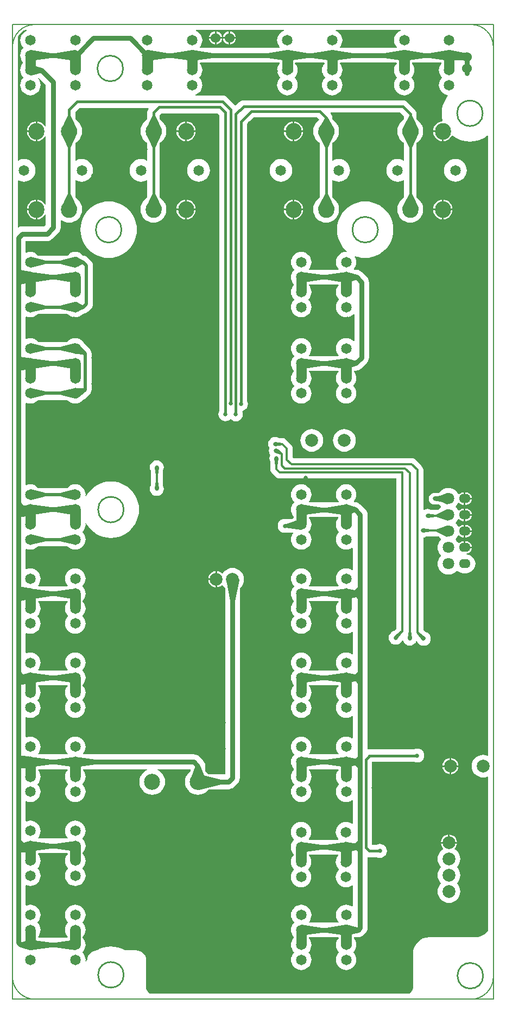
<source format=gbl>
%FSLAX24Y24*%
%MOIN*%
G70*
G01*
G75*
G04 Layer_Physical_Order=2*
G04 Layer_Color=16711680*
%ADD10C,0.0394*%
%ADD11R,0.0500X0.0400*%
%ADD12R,0.0400X0.0500*%
%ADD13O,0.0800X0.0300*%
%ADD14R,0.0800X0.0300*%
%ADD15R,0.1339X0.0700*%
%ADD16R,0.1339X0.0472*%
%ADD17R,0.1339X0.0472*%
G04:AMPARAMS|DCode=18|XSize=40mil|YSize=50mil|CornerRadius=0mil|HoleSize=0mil|Usage=FLASHONLY|Rotation=135.000|XOffset=0mil|YOffset=0mil|HoleType=Round|Shape=Rectangle|*
%AMROTATEDRECTD18*
4,1,4,0.0318,0.0035,-0.0035,-0.0318,-0.0318,-0.0035,0.0035,0.0318,0.0318,0.0035,0.0*
%
%ADD18ROTATEDRECTD18*%

%ADD19O,0.0160X0.1000*%
%ADD20O,0.1000X0.0160*%
%ADD21O,0.0300X0.0800*%
%ADD22R,0.0300X0.0800*%
%ADD23O,0.0240X0.0800*%
%ADD24C,0.0300*%
%ADD25C,0.0150*%
%ADD26C,0.0120*%
%ADD27C,0.0200*%
%ADD28C,0.0050*%
%ADD29C,0.0100*%
%ADD30C,0.0650*%
%ADD31C,0.0709*%
%ADD32O,0.0709X0.0550*%
%ADD33C,0.0500*%
%ADD34C,0.0591*%
%ADD35C,0.0787*%
%ADD36C,0.0787*%
%ADD37O,0.0980X0.1020*%
%ADD38C,0.0600*%
%ADD39C,0.0250*%
%ADD40C,0.0984*%
G36*
X16661Y59465D02*
X16637Y59458D01*
X16529Y59400D01*
X16434Y59322D01*
X16355Y59227D01*
X16297Y59118D01*
X16262Y59000D01*
X16250Y58878D01*
X16262Y58755D01*
X16297Y58638D01*
X16355Y58529D01*
X16413Y58458D01*
X16392Y58413D01*
X11521D01*
X11499Y58458D01*
X11557Y58529D01*
X11615Y58638D01*
X11651Y58755D01*
X11663Y58878D01*
X11651Y59000D01*
X11615Y59118D01*
X11557Y59227D01*
X11479Y59322D01*
X11384Y59400D01*
X11275Y59458D01*
X11252Y59465D01*
X11259Y59515D01*
X16653D01*
X16661Y59465D01*
D02*
G37*
G36*
X23838D02*
X23814Y59458D01*
X23706Y59400D01*
X23611Y59322D01*
X23533Y59227D01*
X23475Y59118D01*
X23439Y59000D01*
X23427Y58878D01*
X23439Y58755D01*
X23475Y58638D01*
X23533Y58529D01*
X23591Y58458D01*
X23569Y58413D01*
X20119D01*
X20098Y58458D01*
X20156Y58529D01*
X20214Y58638D01*
X20250Y58755D01*
X20262Y58878D01*
X20250Y59000D01*
X20214Y59118D01*
X20156Y59227D01*
X20078Y59322D01*
X19982Y59400D01*
X19874Y59458D01*
X19851Y59465D01*
X19858Y59515D01*
X23830D01*
X23838Y59465D01*
D02*
G37*
G36*
X885D02*
X862Y59458D01*
X753Y59400D01*
X658Y59322D01*
X580Y59227D01*
X522Y59118D01*
X486Y59000D01*
X474Y58878D01*
X486Y58755D01*
X522Y58638D01*
X580Y58529D01*
X658Y58434D01*
Y58403D01*
X580Y58308D01*
X522Y58200D01*
X486Y58082D01*
X474Y57959D01*
X486Y57837D01*
X522Y57719D01*
X580Y57610D01*
X648Y57527D01*
Y57473D01*
X580Y57390D01*
X522Y57281D01*
X486Y57163D01*
X474Y57041D01*
X486Y56918D01*
X522Y56800D01*
X580Y56692D01*
X658Y56597D01*
Y56566D01*
X580Y56471D01*
X522Y56362D01*
X486Y56245D01*
X474Y56122D01*
X486Y56000D01*
X522Y55882D01*
X580Y55773D01*
X658Y55678D01*
X753Y55600D01*
X862Y55542D01*
X980Y55506D01*
X1102Y55494D01*
X1225Y55506D01*
X1342Y55542D01*
X1451Y55600D01*
X1546Y55678D01*
X1624Y55773D01*
X1682Y55882D01*
X1718Y56000D01*
X1730Y56122D01*
X1718Y56245D01*
X1682Y56362D01*
X1624Y56471D01*
X1568Y56540D01*
X1605Y56573D01*
X2046Y56132D01*
Y53601D01*
X1998Y53589D01*
X1973Y53635D01*
X1899Y53725D01*
X1809Y53799D01*
X1707Y53854D01*
X1596Y53887D01*
X1530Y53894D01*
Y53286D01*
Y52678D01*
X1596Y52684D01*
X1707Y52718D01*
X1809Y52773D01*
X1899Y52847D01*
X1973Y52936D01*
X1998Y52983D01*
X2046Y52970D01*
Y48801D01*
X1998Y48789D01*
X1973Y48835D01*
X1899Y48925D01*
X1809Y48999D01*
X1707Y49054D01*
X1596Y49087D01*
X1530Y49094D01*
Y48486D01*
Y47878D01*
X1596Y47884D01*
X1707Y47918D01*
X1809Y47973D01*
X1899Y48047D01*
X1973Y48136D01*
X1998Y48183D01*
X2046Y48170D01*
Y47558D01*
X1932Y47444D01*
X600D01*
X483Y47428D01*
X373Y47383D01*
X373Y47383D01*
X328Y47405D01*
Y50254D01*
X371Y50280D01*
X442Y50242D01*
X572Y50202D01*
X708Y50189D01*
X844Y50202D01*
X975Y50242D01*
X1096Y50306D01*
X1201Y50393D01*
X1288Y50499D01*
X1352Y50619D01*
X1392Y50750D01*
X1405Y50886D01*
X1392Y51022D01*
X1352Y51153D01*
X1288Y51273D01*
X1201Y51379D01*
X1096Y51465D01*
X975Y51530D01*
X844Y51569D01*
X708Y51583D01*
X572Y51569D01*
X442Y51530D01*
X371Y51492D01*
X328Y51518D01*
Y59090D01*
X365Y59158D01*
X489Y59311D01*
X642Y59435D01*
X790Y59515D01*
X878D01*
X885Y59465D01*
D02*
G37*
G36*
X26346Y57460D02*
X26289Y57390D01*
X26230Y57281D01*
X26195Y57163D01*
X26183Y57041D01*
X26195Y56918D01*
X26230Y56800D01*
X26289Y56692D01*
X26367Y56597D01*
Y56566D01*
X26289Y56471D01*
X26230Y56362D01*
X26195Y56245D01*
X26183Y56122D01*
X26195Y56000D01*
X26230Y55882D01*
X26289Y55773D01*
X26367Y55678D01*
X26462Y55600D01*
X26570Y55542D01*
X26688Y55506D01*
X26706Y55504D01*
X26725Y55458D01*
X26713Y55444D01*
X26587Y55256D01*
X26487Y55053D01*
X26414Y54838D01*
X26370Y54616D01*
X26355Y54390D01*
X26370Y54164D01*
X26414Y53942D01*
X26415Y53937D01*
X26388Y53895D01*
X26307Y53887D01*
X26196Y53854D01*
X26093Y53799D01*
X26004Y53725D01*
X25930Y53635D01*
X25875Y53533D01*
X25841Y53421D01*
X25833Y53336D01*
X26423D01*
Y53286D01*
X26473D01*
Y52678D01*
X26538Y52684D01*
X26650Y52718D01*
X26752Y52773D01*
X26842Y52847D01*
X26916Y52936D01*
X26963Y53025D01*
X27012Y53034D01*
X27032Y53016D01*
X27221Y52890D01*
X27424Y52790D01*
X27638Y52717D01*
X27861Y52673D01*
X28087Y52658D01*
X28313Y52673D01*
X28535Y52717D01*
X28749Y52790D01*
X28952Y52890D01*
X29141Y53016D01*
X29154Y53028D01*
X29200Y53007D01*
Y14980D01*
X29157Y14954D01*
X29157Y14954D01*
X29026Y14994D01*
X28890Y15007D01*
X28754Y14994D01*
X28623Y14954D01*
X28503Y14890D01*
X28397Y14803D01*
X28310Y14697D01*
X28246Y14577D01*
X28206Y14446D01*
X28193Y14310D01*
X28206Y14174D01*
X28246Y14043D01*
X28310Y13923D01*
X28397Y13817D01*
X28503Y13730D01*
X28623Y13666D01*
X28754Y13626D01*
X28890Y13613D01*
X29026Y13626D01*
X29157Y13666D01*
X29157Y13666D01*
X29200Y13640D01*
Y4198D01*
X29111Y4089D01*
X28958Y3965D01*
X28785Y3872D01*
X28596Y3814D01*
X28405Y3796D01*
X28400Y3800D01*
Y3800D01*
X27200D01*
X25600Y3805D01*
X25404Y3786D01*
X25215Y3728D01*
X25042Y3635D01*
X24889Y3511D01*
X24765Y3358D01*
X24672Y3185D01*
X24614Y2996D01*
X24595Y2800D01*
X24600D01*
X24603Y800D01*
X24591Y682D01*
X24557Y569D01*
X24501Y465D01*
X24426Y374D01*
X24370Y328D01*
X8430D01*
X8374Y374D01*
X8299Y465D01*
X8243Y569D01*
X8209Y682D01*
X8197Y797D01*
X8200Y800D01*
X8200D01*
Y1600D01*
X8203Y2400D01*
X8191Y2518D01*
X8157Y2631D01*
X8101Y2735D01*
X8026Y2826D01*
X7935Y2901D01*
X7831Y2957D01*
X7718Y2991D01*
X7600Y3003D01*
Y3003D01*
X7597Y3000D01*
X6899Y3001D01*
X6706Y3096D01*
X6491Y3169D01*
X6269Y3213D01*
X6043Y3228D01*
X5817Y3213D01*
X5595Y3169D01*
X5381Y3096D01*
X5190Y3002D01*
X5082Y2991D01*
X4969Y2957D01*
X4865Y2901D01*
X4774Y2826D01*
X4699Y2735D01*
X4643Y2631D01*
X4609Y2518D01*
X4602Y2449D01*
X4544Y2362D01*
X4527Y2327D01*
X4478Y2341D01*
X4486Y2417D01*
X4474Y2540D01*
X4438Y2658D01*
X4380Y2766D01*
X4302Y2861D01*
Y2892D01*
X4380Y2987D01*
X4438Y3096D01*
X4474Y3213D01*
X4486Y3336D01*
X4474Y3458D01*
X4438Y3576D01*
X4380Y3685D01*
X4312Y3768D01*
Y3822D01*
X4380Y3906D01*
X4438Y4014D01*
X4474Y4132D01*
X4486Y4255D01*
X4474Y4377D01*
X4438Y4495D01*
X4380Y4604D01*
X4302Y4699D01*
Y4729D01*
X4380Y4824D01*
X4438Y4933D01*
X4474Y5051D01*
X4486Y5173D01*
X4474Y5296D01*
X4438Y5414D01*
X4380Y5522D01*
X4302Y5617D01*
X4207Y5695D01*
X4098Y5753D01*
X3980Y5789D01*
X3858Y5801D01*
X3735Y5789D01*
X3618Y5753D01*
X3509Y5695D01*
X3414Y5617D01*
X3336Y5522D01*
X3278Y5414D01*
X3242Y5296D01*
X3230Y5173D01*
X3242Y5051D01*
X3278Y4933D01*
X3336Y4824D01*
X3414Y4729D01*
Y4699D01*
X3336Y4604D01*
X3278Y4495D01*
X3242Y4377D01*
X3230Y4255D01*
X3242Y4132D01*
X3278Y4014D01*
X3336Y3906D01*
X3394Y3835D01*
X3372Y3790D01*
X1588D01*
X1566Y3835D01*
X1624Y3906D01*
X1682Y4014D01*
X1718Y4132D01*
X1730Y4255D01*
X1718Y4377D01*
X1682Y4495D01*
X1624Y4604D01*
X1546Y4699D01*
Y4729D01*
X1624Y4824D01*
X1682Y4933D01*
X1718Y5051D01*
X1730Y5173D01*
X1718Y5296D01*
X1682Y5414D01*
X1624Y5522D01*
X1546Y5617D01*
X1451Y5695D01*
X1342Y5753D01*
X1225Y5789D01*
X1102Y5801D01*
X980Y5789D01*
X862Y5753D01*
X857Y5751D01*
X814Y5777D01*
Y6975D01*
X857Y7001D01*
X862Y6999D01*
X980Y6963D01*
X1102Y6951D01*
X1225Y6963D01*
X1342Y6999D01*
X1451Y7057D01*
X1546Y7135D01*
X1624Y7230D01*
X1682Y7338D01*
X1718Y7456D01*
X1730Y7579D01*
X1718Y7701D01*
X1682Y7819D01*
X1624Y7928D01*
X1546Y8023D01*
Y8053D01*
X1624Y8148D01*
X1682Y8257D01*
X1718Y8375D01*
X1730Y8497D01*
X1718Y8620D01*
X1682Y8738D01*
X1624Y8846D01*
X1566Y8917D01*
X1588Y8962D01*
X3372D01*
X3394Y8917D01*
X3336Y8846D01*
X3278Y8738D01*
X3242Y8620D01*
X3230Y8497D01*
X3242Y8375D01*
X3278Y8257D01*
X3336Y8148D01*
X3414Y8053D01*
Y8023D01*
X3336Y7928D01*
X3278Y7819D01*
X3242Y7701D01*
X3230Y7579D01*
X3242Y7456D01*
X3278Y7338D01*
X3336Y7230D01*
X3414Y7135D01*
X3509Y7057D01*
X3618Y6999D01*
X3735Y6963D01*
X3858Y6951D01*
X3980Y6963D01*
X4098Y6999D01*
X4207Y7057D01*
X4302Y7135D01*
X4380Y7230D01*
X4438Y7338D01*
X4474Y7456D01*
X4486Y7579D01*
X4474Y7701D01*
X4438Y7819D01*
X4380Y7928D01*
X4302Y8023D01*
Y8053D01*
X4380Y8148D01*
X4438Y8257D01*
X4474Y8375D01*
X4486Y8497D01*
X4474Y8620D01*
X4438Y8738D01*
X4380Y8846D01*
X4312Y8930D01*
Y8984D01*
X4380Y9067D01*
X4438Y9176D01*
X4474Y9293D01*
X4486Y9416D01*
X4474Y9539D01*
X4438Y9656D01*
X4380Y9765D01*
X4302Y9860D01*
Y9891D01*
X4380Y9986D01*
X4438Y10094D01*
X4474Y10212D01*
X4486Y10335D01*
X4474Y10457D01*
X4438Y10575D01*
X4380Y10684D01*
X4302Y10779D01*
X4207Y10857D01*
X4098Y10915D01*
X3980Y10951D01*
X3858Y10963D01*
X3735Y10951D01*
X3618Y10915D01*
X3509Y10857D01*
X3414Y10779D01*
X3336Y10684D01*
X3278Y10575D01*
X3242Y10457D01*
X3230Y10335D01*
X3242Y10212D01*
X3278Y10094D01*
X3336Y9986D01*
X3394Y9915D01*
X3372Y9870D01*
X1588D01*
X1566Y9915D01*
X1624Y9986D01*
X1682Y10094D01*
X1718Y10212D01*
X1730Y10335D01*
X1718Y10457D01*
X1682Y10575D01*
X1624Y10684D01*
X1546Y10779D01*
X1451Y10857D01*
X1342Y10915D01*
X1225Y10951D01*
X1102Y10963D01*
X980Y10951D01*
X862Y10915D01*
X857Y10912D01*
X814Y10938D01*
Y12137D01*
X857Y12163D01*
X862Y12160D01*
X980Y12124D01*
X1102Y12112D01*
X1225Y12124D01*
X1342Y12160D01*
X1451Y12218D01*
X1546Y12296D01*
X1624Y12391D01*
X1682Y12500D01*
X1718Y12618D01*
X1730Y12740D01*
X1718Y12863D01*
X1682Y12980D01*
X1624Y13089D01*
X1546Y13184D01*
Y13215D01*
X1624Y13310D01*
X1682Y13418D01*
X1718Y13536D01*
X1730Y13659D01*
X1718Y13781D01*
X1682Y13899D01*
X1624Y14008D01*
X1566Y14078D01*
X1588Y14124D01*
X3372D01*
X3394Y14078D01*
X3336Y14008D01*
X3278Y13899D01*
X3242Y13781D01*
X3230Y13659D01*
X3242Y13536D01*
X3278Y13418D01*
X3336Y13310D01*
X3414Y13215D01*
Y13184D01*
X3336Y13089D01*
X3278Y12980D01*
X3242Y12863D01*
X3230Y12740D01*
X3242Y12618D01*
X3278Y12500D01*
X3336Y12391D01*
X3414Y12296D01*
X3509Y12218D01*
X3618Y12160D01*
X3735Y12124D01*
X3858Y12112D01*
X3980Y12124D01*
X4098Y12160D01*
X4207Y12218D01*
X4302Y12296D01*
X4380Y12391D01*
X4438Y12500D01*
X4474Y12618D01*
X4486Y12740D01*
X4474Y12863D01*
X4438Y12980D01*
X4380Y13089D01*
X4302Y13184D01*
Y13215D01*
X4380Y13310D01*
X4438Y13418D01*
X4474Y13536D01*
X4486Y13659D01*
X4474Y13781D01*
X4438Y13899D01*
X4380Y14008D01*
X4322Y14078D01*
X4344Y14124D01*
X8259D01*
X8271Y14075D01*
X8140Y14005D01*
X8020Y13906D01*
X7921Y13786D01*
X7847Y13648D01*
X7802Y13499D01*
X7787Y13343D01*
X7802Y13188D01*
X7847Y13039D01*
X7921Y12901D01*
X8020Y12780D01*
X8140Y12681D01*
X8278Y12608D01*
X8427Y12563D01*
X8583Y12547D01*
X8738Y12563D01*
X8887Y12608D01*
X9025Y12681D01*
X9145Y12780D01*
X9244Y12901D01*
X9318Y13039D01*
X9363Y13188D01*
X9379Y13343D01*
X9363Y13499D01*
X9318Y13648D01*
X9244Y13786D01*
X9145Y13906D01*
X9025Y14005D01*
X8894Y14075D01*
X8906Y14124D01*
X10929D01*
Y13996D01*
X10820Y13906D01*
X10721Y13786D01*
X10647Y13648D01*
X10602Y13499D01*
X10587Y13343D01*
X10602Y13188D01*
X10647Y13039D01*
X10721Y12901D01*
X10820Y12780D01*
X10940Y12681D01*
X11078Y12608D01*
X11227Y12563D01*
X11383Y12547D01*
X11538Y12563D01*
X11687Y12608D01*
X11825Y12681D01*
X11945Y12780D01*
X12035Y12889D01*
X13267D01*
X13384Y12905D01*
X13448Y12931D01*
X13494Y12950D01*
X13588Y13022D01*
X13588Y13022D01*
X13588Y13022D01*
X13831Y13266D01*
X13831Y13266D01*
X13831Y13266D01*
X13903Y13360D01*
X13948Y13469D01*
X13964Y13587D01*
Y25255D01*
X14003Y25287D01*
X14090Y25393D01*
X14154Y25513D01*
X14194Y25644D01*
X14207Y25780D01*
X14194Y25916D01*
X14154Y26047D01*
X14090Y26167D01*
X14003Y26273D01*
X13897Y26360D01*
X13777Y26424D01*
X13646Y26464D01*
X13510Y26477D01*
X13374Y26464D01*
X13243Y26424D01*
X13123Y26360D01*
X13017Y26273D01*
X12930Y26167D01*
X12913Y26135D01*
X12863Y26131D01*
X12862Y26132D01*
X12759Y26211D01*
X12639Y26261D01*
X12560Y26271D01*
Y25780D01*
Y25289D01*
X12639Y25299D01*
X12759Y25349D01*
X12862Y25428D01*
X12863Y25429D01*
X12913Y25425D01*
X12930Y25393D01*
X13017Y25287D01*
X13056Y25255D01*
Y13797D01*
X12035D01*
X11945Y13906D01*
X11836Y13996D01*
Y14327D01*
X11821Y14445D01*
X11794Y14509D01*
X11776Y14554D01*
X11704Y14648D01*
X11454Y14898D01*
X11360Y14971D01*
X11250Y15016D01*
X11133Y15031D01*
X4344D01*
X4322Y15077D01*
X4380Y15147D01*
X4438Y15256D01*
X4474Y15374D01*
X4486Y15496D01*
X4474Y15619D01*
X4438Y15736D01*
X4380Y15845D01*
X4302Y15940D01*
X4207Y16018D01*
X4098Y16076D01*
X3980Y16112D01*
X3858Y16124D01*
X3735Y16112D01*
X3618Y16076D01*
X3509Y16018D01*
X3414Y15940D01*
X3336Y15845D01*
X3278Y15736D01*
X3242Y15619D01*
X3230Y15496D01*
X3242Y15374D01*
X3278Y15256D01*
X3336Y15147D01*
X3394Y15077D01*
X3372Y15031D01*
X1588D01*
X1566Y15077D01*
X1624Y15147D01*
X1682Y15256D01*
X1718Y15374D01*
X1730Y15496D01*
X1718Y15619D01*
X1682Y15736D01*
X1624Y15845D01*
X1546Y15940D01*
X1451Y16018D01*
X1342Y16076D01*
X1225Y16112D01*
X1102Y16124D01*
X980Y16112D01*
X862Y16076D01*
X857Y16074D01*
X814Y16099D01*
Y17298D01*
X857Y17324D01*
X862Y17321D01*
X980Y17286D01*
X1102Y17274D01*
X1225Y17286D01*
X1342Y17321D01*
X1451Y17379D01*
X1546Y17457D01*
X1624Y17553D01*
X1682Y17661D01*
X1718Y17779D01*
X1730Y17902D01*
X1718Y18024D01*
X1682Y18142D01*
X1624Y18250D01*
X1546Y18346D01*
Y18376D01*
X1624Y18471D01*
X1682Y18580D01*
X1718Y18698D01*
X1730Y18820D01*
X1718Y18943D01*
X1682Y19061D01*
X1624Y19169D01*
X1566Y19240D01*
X1588Y19285D01*
X3372D01*
X3394Y19240D01*
X3336Y19169D01*
X3278Y19061D01*
X3242Y18943D01*
X3230Y18820D01*
X3242Y18698D01*
X3278Y18580D01*
X3336Y18471D01*
X3414Y18376D01*
Y18346D01*
X3336Y18250D01*
X3278Y18142D01*
X3242Y18024D01*
X3230Y17902D01*
X3242Y17779D01*
X3278Y17661D01*
X3336Y17553D01*
X3414Y17457D01*
X3509Y17379D01*
X3618Y17321D01*
X3735Y17286D01*
X3858Y17274D01*
X3980Y17286D01*
X4098Y17321D01*
X4207Y17379D01*
X4302Y17457D01*
X4380Y17553D01*
X4438Y17661D01*
X4474Y17779D01*
X4486Y17902D01*
X4474Y18024D01*
X4438Y18142D01*
X4380Y18250D01*
X4302Y18346D01*
Y18376D01*
X4380Y18471D01*
X4438Y18580D01*
X4474Y18698D01*
X4486Y18820D01*
X4474Y18943D01*
X4438Y19061D01*
X4380Y19169D01*
X4312Y19252D01*
Y19307D01*
X4380Y19390D01*
X4438Y19498D01*
X4474Y19616D01*
X4486Y19739D01*
X4474Y19861D01*
X4438Y19979D01*
X4380Y20088D01*
X4302Y20183D01*
Y20213D01*
X4380Y20309D01*
X4438Y20417D01*
X4474Y20535D01*
X4486Y20657D01*
X4474Y20780D01*
X4438Y20898D01*
X4380Y21006D01*
X4302Y21102D01*
X4207Y21180D01*
X4098Y21238D01*
X3980Y21273D01*
X3858Y21286D01*
X3735Y21273D01*
X3618Y21238D01*
X3509Y21180D01*
X3414Y21102D01*
X3336Y21006D01*
X3278Y20898D01*
X3242Y20780D01*
X3230Y20657D01*
X3242Y20535D01*
X3278Y20417D01*
X3336Y20309D01*
X3394Y20238D01*
X3372Y20193D01*
X1588D01*
X1566Y20238D01*
X1624Y20309D01*
X1682Y20417D01*
X1718Y20535D01*
X1730Y20657D01*
X1718Y20780D01*
X1682Y20898D01*
X1624Y21006D01*
X1546Y21102D01*
X1451Y21180D01*
X1342Y21238D01*
X1225Y21273D01*
X1102Y21286D01*
X980Y21273D01*
X862Y21238D01*
X857Y21235D01*
X814Y21261D01*
Y22460D01*
X857Y22485D01*
X862Y22483D01*
X980Y22447D01*
X1102Y22435D01*
X1225Y22447D01*
X1342Y22483D01*
X1451Y22541D01*
X1546Y22619D01*
X1624Y22714D01*
X1682Y22823D01*
X1718Y22940D01*
X1730Y23063D01*
X1718Y23186D01*
X1682Y23303D01*
X1624Y23412D01*
X1546Y23507D01*
Y23538D01*
X1624Y23633D01*
X1682Y23741D01*
X1718Y23859D01*
X1730Y23982D01*
X1718Y24104D01*
X1682Y24222D01*
X1624Y24331D01*
X1566Y24401D01*
X1588Y24446D01*
X3372D01*
X3394Y24401D01*
X3336Y24331D01*
X3278Y24222D01*
X3242Y24104D01*
X3230Y23982D01*
X3242Y23859D01*
X3278Y23741D01*
X3336Y23633D01*
X3414Y23538D01*
Y23507D01*
X3336Y23412D01*
X3278Y23303D01*
X3242Y23186D01*
X3230Y23063D01*
X3242Y22940D01*
X3278Y22823D01*
X3336Y22714D01*
X3414Y22619D01*
X3509Y22541D01*
X3618Y22483D01*
X3735Y22447D01*
X3858Y22435D01*
X3980Y22447D01*
X4098Y22483D01*
X4207Y22541D01*
X4302Y22619D01*
X4380Y22714D01*
X4438Y22823D01*
X4474Y22940D01*
X4486Y23063D01*
X4474Y23186D01*
X4438Y23303D01*
X4380Y23412D01*
X4302Y23507D01*
Y23538D01*
X4380Y23633D01*
X4438Y23741D01*
X4474Y23859D01*
X4486Y23982D01*
X4474Y24104D01*
X4438Y24222D01*
X4380Y24331D01*
X4312Y24414D01*
Y24468D01*
X4380Y24551D01*
X4438Y24660D01*
X4474Y24778D01*
X4486Y24900D01*
X4474Y25023D01*
X4438Y25141D01*
X4380Y25249D01*
X4302Y25344D01*
Y25375D01*
X4380Y25470D01*
X4438Y25579D01*
X4474Y25696D01*
X4486Y25819D01*
X4474Y25941D01*
X4438Y26059D01*
X4380Y26168D01*
X4302Y26263D01*
X4207Y26341D01*
X4098Y26399D01*
X3980Y26435D01*
X3858Y26447D01*
X3735Y26435D01*
X3618Y26399D01*
X3509Y26341D01*
X3414Y26263D01*
X3336Y26168D01*
X3278Y26059D01*
X3242Y25941D01*
X3230Y25819D01*
X3242Y25696D01*
X3278Y25579D01*
X3336Y25470D01*
X3394Y25399D01*
X3372Y25354D01*
X1588D01*
X1566Y25399D01*
X1624Y25470D01*
X1682Y25579D01*
X1718Y25696D01*
X1730Y25819D01*
X1718Y25941D01*
X1682Y26059D01*
X1624Y26168D01*
X1546Y26263D01*
X1451Y26341D01*
X1342Y26399D01*
X1225Y26435D01*
X1102Y26447D01*
X980Y26435D01*
X862Y26399D01*
X857Y26396D01*
X814Y26422D01*
Y27621D01*
X857Y27647D01*
X862Y27644D01*
X980Y27608D01*
X1102Y27596D01*
X1225Y27608D01*
X1342Y27644D01*
X1451Y27702D01*
X1546Y27780D01*
X1579Y27821D01*
X3381D01*
X3414Y27780D01*
X3509Y27702D01*
X3618Y27644D01*
X3735Y27608D01*
X3858Y27596D01*
X3980Y27608D01*
X4098Y27644D01*
X4207Y27702D01*
X4302Y27780D01*
X4380Y27875D01*
X4438Y27984D01*
X4474Y28102D01*
X4486Y28224D01*
X4474Y28347D01*
X4438Y28465D01*
X4380Y28573D01*
X4302Y28668D01*
Y28699D01*
X4380Y28794D01*
X4438Y28903D01*
X4474Y29021D01*
X4486Y29143D01*
X4479Y29213D01*
X4527Y29227D01*
X4544Y29193D01*
X4669Y29005D01*
X4819Y28835D01*
X4989Y28685D01*
X5177Y28559D01*
X5381Y28459D01*
X5595Y28386D01*
X5817Y28342D01*
X6043Y28327D01*
X6269Y28342D01*
X6491Y28386D01*
X6706Y28459D01*
X6909Y28559D01*
X7097Y28685D01*
X7268Y28835D01*
X7417Y29005D01*
X7543Y29193D01*
X7643Y29396D01*
X7716Y29611D01*
X7760Y29833D01*
X7775Y30059D01*
X7760Y30285D01*
X7716Y30507D01*
X7643Y30722D01*
X7543Y30925D01*
X7417Y31113D01*
X7268Y31284D01*
X7097Y31433D01*
X6909Y31559D01*
X6706Y31659D01*
X6491Y31732D01*
X6269Y31776D01*
X6043Y31791D01*
X5817Y31776D01*
X5595Y31732D01*
X5381Y31659D01*
X5177Y31559D01*
X4989Y31433D01*
X4819Y31284D01*
X4669Y31113D01*
X4544Y30925D01*
X4527Y30890D01*
X4478Y30904D01*
X4486Y30980D01*
X4474Y31103D01*
X4438Y31221D01*
X4380Y31329D01*
X4302Y31424D01*
X4207Y31502D01*
X4098Y31561D01*
X3980Y31596D01*
X3858Y31608D01*
X3735Y31596D01*
X3618Y31561D01*
X3509Y31502D01*
X3414Y31424D01*
X3381Y31384D01*
X1579D01*
X1546Y31424D01*
X1451Y31502D01*
X1342Y31561D01*
X1225Y31596D01*
X1102Y31608D01*
X980Y31596D01*
X862Y31561D01*
X857Y31558D01*
X814Y31584D01*
Y36594D01*
X857Y36619D01*
X862Y36617D01*
X980Y36581D01*
X1102Y36569D01*
X1225Y36581D01*
X1342Y36617D01*
X1451Y36675D01*
X1546Y36753D01*
X1579Y36793D01*
X3381D01*
X3414Y36753D01*
X3509Y36675D01*
X3618Y36617D01*
X3735Y36581D01*
X3858Y36569D01*
X3980Y36581D01*
X4098Y36617D01*
X4207Y36675D01*
X4302Y36753D01*
X4349Y36811D01*
X4439Y36847D01*
X4522Y36912D01*
X4745Y37135D01*
X4745Y37135D01*
X4809Y37218D01*
X4850Y37316D01*
X4863Y37420D01*
X4863Y37420D01*
Y39650D01*
X4850Y39754D01*
X4809Y39852D01*
X4782Y39888D01*
X4745Y39935D01*
X4745Y39935D01*
X4443Y40238D01*
X4394Y40275D01*
X4380Y40302D01*
X4302Y40397D01*
X4207Y40475D01*
X4098Y40533D01*
X3980Y40569D01*
X3858Y40581D01*
X3735Y40569D01*
X3618Y40533D01*
X3509Y40475D01*
X3414Y40397D01*
X3381Y40356D01*
X1579D01*
X1546Y40397D01*
X1451Y40475D01*
X1342Y40533D01*
X1225Y40569D01*
X1102Y40581D01*
X980Y40569D01*
X862Y40533D01*
X857Y40530D01*
X814Y40556D01*
Y41889D01*
X857Y41915D01*
X862Y41912D01*
X980Y41876D01*
X1102Y41864D01*
X1225Y41876D01*
X1342Y41912D01*
X1451Y41970D01*
X1546Y42048D01*
X1579Y42089D01*
X3381D01*
X3414Y42048D01*
X3509Y41970D01*
X3618Y41912D01*
X3735Y41876D01*
X3858Y41864D01*
X3980Y41876D01*
X4098Y41912D01*
X4207Y41970D01*
X4302Y42048D01*
X4335Y42089D01*
X4342D01*
X4342Y42089D01*
X4447Y42102D01*
X4544Y42143D01*
X4627Y42207D01*
X4825Y42405D01*
X4889Y42488D01*
X4930Y42586D01*
X4943Y42690D01*
X4943Y42690D01*
Y45030D01*
X4943Y45030D01*
X4930Y45134D01*
X4889Y45232D01*
X4825Y45315D01*
X4825Y45315D01*
X4607Y45533D01*
X4524Y45597D01*
X4426Y45638D01*
X4337Y45649D01*
X4302Y45692D01*
X4207Y45770D01*
X4098Y45828D01*
X3980Y45864D01*
X3858Y45876D01*
X3735Y45864D01*
X3618Y45828D01*
X3509Y45770D01*
X3414Y45692D01*
X3381Y45651D01*
X1579D01*
X1546Y45692D01*
X1451Y45770D01*
X1342Y45828D01*
X1225Y45864D01*
X1102Y45876D01*
X980Y45864D01*
X862Y45828D01*
X857Y45826D01*
X814Y45851D01*
Y46536D01*
X2120D01*
X2237Y46552D01*
X2302Y46578D01*
X2347Y46597D01*
X2441Y46669D01*
X2821Y47049D01*
X2893Y47143D01*
X2938Y47253D01*
X2954Y47370D01*
Y47817D01*
X2999Y47839D01*
X3039Y47806D01*
X3176Y47732D01*
X3325Y47687D01*
X3480Y47672D01*
X3635Y47687D01*
X3784Y47732D01*
X3921Y47806D01*
X4041Y47905D01*
X4140Y48025D01*
X4213Y48162D01*
X4259Y48311D01*
X4274Y48466D01*
Y48506D01*
X4259Y48661D01*
X4213Y48810D01*
X4140Y48947D01*
X4041Y49067D01*
X3921Y49166D01*
X3858Y49199D01*
Y50261D01*
X3901Y50287D01*
X3985Y50242D01*
X4116Y50202D01*
X4252Y50189D01*
X4388Y50202D01*
X4518Y50242D01*
X4639Y50306D01*
X4745Y50393D01*
X4831Y50499D01*
X4896Y50619D01*
X4935Y50750D01*
X4949Y50886D01*
X4935Y51022D01*
X4896Y51153D01*
X4831Y51273D01*
X4745Y51379D01*
X4639Y51465D01*
X4518Y51530D01*
X4388Y51569D01*
X4252Y51583D01*
X4116Y51569D01*
X3985Y51530D01*
X3901Y51485D01*
X3858Y51511D01*
Y52572D01*
X3921Y52606D01*
X4041Y52705D01*
X4140Y52825D01*
X4213Y52962D01*
X4259Y53111D01*
X4274Y53266D01*
Y53306D01*
X4259Y53461D01*
X4213Y53610D01*
X4140Y53747D01*
X4041Y53867D01*
X3921Y53966D01*
X3858Y53999D01*
Y54463D01*
X4117Y54722D01*
X8346D01*
X8368Y54677D01*
X8330Y54626D01*
X8292Y54535D01*
X8279Y54437D01*
Y53999D01*
X8216Y53966D01*
X8096Y53867D01*
X7997Y53747D01*
X7924Y53610D01*
X7879Y53461D01*
X7863Y53306D01*
Y53266D01*
X7879Y53111D01*
X7924Y52962D01*
X7997Y52825D01*
X8096Y52705D01*
X8216Y52606D01*
X8279Y52572D01*
Y51511D01*
X8236Y51485D01*
X8152Y51530D01*
X8021Y51569D01*
X7886Y51583D01*
X7750Y51569D01*
X7619Y51530D01*
X7498Y51465D01*
X7393Y51379D01*
X7306Y51273D01*
X7242Y51153D01*
X7202Y51022D01*
X7188Y50886D01*
X7202Y50750D01*
X7242Y50619D01*
X7306Y50499D01*
X7393Y50393D01*
X7498Y50306D01*
X7619Y50242D01*
X7750Y50202D01*
X7886Y50189D01*
X8021Y50202D01*
X8152Y50242D01*
X8236Y50287D01*
X8279Y50261D01*
Y49199D01*
X8216Y49166D01*
X8096Y49067D01*
X7997Y48947D01*
X7924Y48810D01*
X7879Y48661D01*
X7863Y48506D01*
Y48466D01*
X7879Y48311D01*
X7924Y48162D01*
X7997Y48025D01*
X8096Y47905D01*
X8216Y47806D01*
X8353Y47732D01*
X8502Y47687D01*
X8657Y47672D01*
X8812Y47687D01*
X8961Y47732D01*
X9098Y47806D01*
X9218Y47905D01*
X9317Y48025D01*
X9391Y48162D01*
X9436Y48311D01*
X9451Y48466D01*
Y48506D01*
X9436Y48661D01*
X9391Y48810D01*
X9317Y48947D01*
X9218Y49067D01*
X9098Y49166D01*
X9035Y49199D01*
Y52572D01*
X9098Y52606D01*
X9218Y52705D01*
X9317Y52825D01*
X9391Y52962D01*
X9436Y53111D01*
X9451Y53266D01*
Y53306D01*
X9436Y53461D01*
X9391Y53610D01*
X9317Y53747D01*
X9218Y53867D01*
X9098Y53966D01*
X9035Y53999D01*
Y54281D01*
X9147Y54392D01*
X12593D01*
X12702Y54283D01*
Y36107D01*
X12666Y36021D01*
X12651Y35910D01*
X12666Y35799D01*
X12709Y35696D01*
X12777Y35607D01*
X12866Y35539D01*
X12969Y35496D01*
X13080Y35481D01*
X13191Y35496D01*
X13294Y35539D01*
X13383Y35607D01*
X13383Y35607D01*
Y35607D01*
X13407Y35597D01*
X13407Y35597D01*
Y35597D01*
X13496Y35529D01*
X13599Y35486D01*
X13710Y35471D01*
X13821Y35486D01*
X13924Y35529D01*
X14013Y35597D01*
X14081Y35686D01*
X14124Y35789D01*
X14139Y35900D01*
X14124Y36011D01*
X14095Y36080D01*
X14120Y36123D01*
X14141Y36126D01*
X14244Y36169D01*
X14333Y36237D01*
X14401Y36326D01*
X14444Y36429D01*
X14459Y36540D01*
X14444Y36651D01*
X14408Y36737D01*
Y53723D01*
X14817Y54132D01*
X18703D01*
X18822Y54013D01*
X18815Y53966D01*
X18694Y53867D01*
X18596Y53747D01*
X18522Y53610D01*
X18477Y53461D01*
X18462Y53306D01*
Y53266D01*
X18477Y53111D01*
X18522Y52962D01*
X18596Y52825D01*
X18694Y52705D01*
X18815Y52606D01*
X18877Y52572D01*
Y49199D01*
X18815Y49166D01*
X18694Y49067D01*
X18596Y48947D01*
X18522Y48810D01*
X18477Y48661D01*
X18462Y48506D01*
Y48466D01*
X18477Y48311D01*
X18522Y48162D01*
X18596Y48025D01*
X18694Y47905D01*
X18815Y47806D01*
X18952Y47732D01*
X19101Y47687D01*
X19256Y47672D01*
X19410Y47687D01*
X19559Y47732D01*
X19697Y47806D01*
X19817Y47905D01*
X19916Y48025D01*
X19989Y48162D01*
X20034Y48311D01*
X20049Y48466D01*
Y48506D01*
X20034Y48661D01*
X19989Y48810D01*
X19916Y48947D01*
X19817Y49067D01*
X19697Y49166D01*
X19634Y49199D01*
Y50261D01*
X19677Y50287D01*
X19761Y50242D01*
X19891Y50202D01*
X20027Y50189D01*
X20163Y50202D01*
X20294Y50242D01*
X20415Y50306D01*
X20520Y50393D01*
X20607Y50499D01*
X20671Y50619D01*
X20711Y50750D01*
X20724Y50886D01*
X20711Y51022D01*
X20671Y51153D01*
X20607Y51273D01*
X20520Y51379D01*
X20415Y51465D01*
X20294Y51530D01*
X20163Y51569D01*
X20027Y51583D01*
X19891Y51569D01*
X19761Y51530D01*
X19677Y51485D01*
X19634Y51511D01*
Y52572D01*
X19697Y52606D01*
X19817Y52705D01*
X19916Y52825D01*
X19989Y52962D01*
X20034Y53111D01*
X20049Y53266D01*
Y53306D01*
X20034Y53461D01*
X19989Y53610D01*
X19916Y53747D01*
X19817Y53867D01*
X19697Y53966D01*
X19634Y53999D01*
Y54114D01*
X19621Y54212D01*
X19583Y54304D01*
X19523Y54382D01*
X19519Y54386D01*
X19538Y54432D01*
X23803D01*
X24045Y54191D01*
Y53999D01*
X23982Y53966D01*
X23861Y53867D01*
X23763Y53747D01*
X23689Y53610D01*
X23644Y53461D01*
X23629Y53306D01*
Y53266D01*
X23644Y53111D01*
X23689Y52962D01*
X23763Y52825D01*
X23861Y52705D01*
X23982Y52606D01*
X24045Y52572D01*
Y51511D01*
X24002Y51485D01*
X23918Y51530D01*
X23787Y51569D01*
X23651Y51583D01*
X23515Y51569D01*
X23384Y51530D01*
X23264Y51465D01*
X23158Y51379D01*
X23072Y51273D01*
X23007Y51153D01*
X22967Y51022D01*
X22954Y50886D01*
X22967Y50750D01*
X23007Y50619D01*
X23072Y50499D01*
X23158Y50393D01*
X23264Y50306D01*
X23384Y50242D01*
X23515Y50202D01*
X23651Y50189D01*
X23787Y50202D01*
X23918Y50242D01*
X24002Y50287D01*
X24045Y50261D01*
Y49199D01*
X23982Y49166D01*
X23861Y49067D01*
X23763Y48947D01*
X23689Y48810D01*
X23644Y48661D01*
X23629Y48506D01*
Y48466D01*
X23644Y48311D01*
X23689Y48162D01*
X23763Y48025D01*
X23861Y47905D01*
X23982Y47806D01*
X24119Y47732D01*
X24268Y47687D01*
X24423Y47672D01*
X24578Y47687D01*
X24727Y47732D01*
X24864Y47806D01*
X24984Y47905D01*
X25083Y48025D01*
X25156Y48162D01*
X25201Y48311D01*
X25217Y48466D01*
Y48506D01*
X25201Y48661D01*
X25156Y48810D01*
X25083Y48947D01*
X24984Y49067D01*
X24864Y49166D01*
X24801Y49199D01*
Y52572D01*
X24864Y52606D01*
X24984Y52705D01*
X25083Y52825D01*
X25156Y52962D01*
X25201Y53111D01*
X25217Y53266D01*
Y53306D01*
X25201Y53461D01*
X25156Y53610D01*
X25083Y53747D01*
X24984Y53867D01*
X24864Y53966D01*
X24801Y53999D01*
Y54347D01*
X24788Y54445D01*
X24750Y54536D01*
X24690Y54615D01*
X24227Y55077D01*
X24149Y55138D01*
X24058Y55175D01*
X23960Y55188D01*
X14190D01*
X14092Y55175D01*
X14001Y55138D01*
X13923Y55077D01*
X13718Y54873D01*
X13668Y54876D01*
X13667Y54877D01*
X13177Y55367D01*
X13099Y55428D01*
X13008Y55465D01*
X12910Y55478D01*
X11236D01*
X11229Y55528D01*
X11275Y55542D01*
X11384Y55600D01*
X11479Y55678D01*
X11557Y55773D01*
X11615Y55882D01*
X11651Y56000D01*
X11663Y56122D01*
X11651Y56245D01*
X11615Y56362D01*
X11557Y56471D01*
X11479Y56566D01*
Y56597D01*
X11557Y56692D01*
X11615Y56800D01*
X11651Y56918D01*
X11663Y57041D01*
X11651Y57163D01*
X11615Y57281D01*
X11557Y57390D01*
X11499Y57460D01*
X11521Y57505D01*
X16392D01*
X16413Y57460D01*
X16355Y57390D01*
X16297Y57281D01*
X16262Y57163D01*
X16250Y57041D01*
X16262Y56918D01*
X16297Y56800D01*
X16355Y56692D01*
X16434Y56597D01*
Y56566D01*
X16355Y56471D01*
X16297Y56362D01*
X16262Y56245D01*
X16250Y56122D01*
X16262Y56000D01*
X16297Y55882D01*
X16355Y55773D01*
X16434Y55678D01*
X16529Y55600D01*
X16637Y55542D01*
X16755Y55506D01*
X16878Y55494D01*
X17000Y55506D01*
X17118Y55542D01*
X17227Y55600D01*
X17322Y55678D01*
X17400Y55773D01*
X17458Y55882D01*
X17494Y56000D01*
X17506Y56122D01*
X17494Y56245D01*
X17458Y56362D01*
X17400Y56471D01*
X17322Y56566D01*
Y56597D01*
X17400Y56692D01*
X17458Y56800D01*
X17494Y56918D01*
X17506Y57041D01*
X17494Y57163D01*
X17458Y57281D01*
X17400Y57390D01*
X17342Y57460D01*
X17363Y57505D01*
X19148D01*
X19169Y57460D01*
X19111Y57390D01*
X19053Y57281D01*
X19018Y57163D01*
X19006Y57041D01*
X19018Y56918D01*
X19053Y56800D01*
X19111Y56692D01*
X19189Y56597D01*
Y56566D01*
X19111Y56471D01*
X19053Y56362D01*
X19018Y56245D01*
X19006Y56122D01*
X19018Y56000D01*
X19053Y55882D01*
X19111Y55773D01*
X19189Y55678D01*
X19285Y55600D01*
X19393Y55542D01*
X19511Y55506D01*
X19634Y55494D01*
X19756Y55506D01*
X19874Y55542D01*
X19982Y55600D01*
X20078Y55678D01*
X20156Y55773D01*
X20214Y55882D01*
X20250Y56000D01*
X20262Y56122D01*
X20250Y56245D01*
X20214Y56362D01*
X20156Y56471D01*
X20078Y56566D01*
Y56597D01*
X20156Y56692D01*
X20214Y56800D01*
X20250Y56918D01*
X20262Y57041D01*
X20250Y57163D01*
X20214Y57281D01*
X20156Y57390D01*
X20098Y57460D01*
X20119Y57505D01*
X23569D01*
X23591Y57460D01*
X23533Y57390D01*
X23475Y57281D01*
X23439Y57163D01*
X23427Y57041D01*
X23439Y56918D01*
X23475Y56800D01*
X23533Y56692D01*
X23611Y56597D01*
Y56566D01*
X23533Y56471D01*
X23475Y56362D01*
X23439Y56245D01*
X23427Y56122D01*
X23439Y56000D01*
X23475Y55882D01*
X23533Y55773D01*
X23611Y55678D01*
X23706Y55600D01*
X23814Y55542D01*
X23932Y55506D01*
X24055Y55494D01*
X24177Y55506D01*
X24295Y55542D01*
X24404Y55600D01*
X24499Y55678D01*
X24577Y55773D01*
X24635Y55882D01*
X24671Y56000D01*
X24683Y56122D01*
X24671Y56245D01*
X24635Y56362D01*
X24577Y56471D01*
X24499Y56566D01*
Y56597D01*
X24577Y56692D01*
X24635Y56800D01*
X24671Y56918D01*
X24683Y57041D01*
X24671Y57163D01*
X24635Y57281D01*
X24577Y57390D01*
X24519Y57460D01*
X24540Y57505D01*
X26325D01*
X26346Y57460D01*
D02*
G37*
%LPC*%
G36*
X18380Y35007D02*
X18244Y34994D01*
X18113Y34954D01*
X17993Y34890D01*
X17887Y34803D01*
X17800Y34697D01*
X17736Y34577D01*
X17696Y34446D01*
X17683Y34310D01*
X17696Y34174D01*
X17736Y34043D01*
X17800Y33923D01*
X17887Y33817D01*
X17993Y33730D01*
X18113Y33666D01*
X18244Y33626D01*
X18380Y33613D01*
X18516Y33626D01*
X18647Y33666D01*
X18767Y33730D01*
X18873Y33817D01*
X18960Y33923D01*
X19024Y34043D01*
X19064Y34174D01*
X19077Y34310D01*
X19064Y34446D01*
X19024Y34577D01*
X18960Y34697D01*
X18873Y34803D01*
X18767Y34890D01*
X18647Y34954D01*
X18516Y34994D01*
X18380Y35007D01*
D02*
G37*
G36*
X20380D02*
X20244Y34994D01*
X20113Y34954D01*
X19993Y34890D01*
X19887Y34803D01*
X19800Y34697D01*
X19736Y34577D01*
X19696Y34446D01*
X19683Y34310D01*
X19696Y34174D01*
X19736Y34043D01*
X19800Y33923D01*
X19887Y33817D01*
X19993Y33730D01*
X20113Y33666D01*
X20244Y33626D01*
X20380Y33613D01*
X20516Y33626D01*
X20647Y33666D01*
X20767Y33730D01*
X20873Y33817D01*
X20960Y33923D01*
X21024Y34043D01*
X21064Y34174D01*
X21077Y34310D01*
X21064Y34446D01*
X21024Y34577D01*
X20960Y34697D01*
X20873Y34803D01*
X20767Y34890D01*
X20647Y34954D01*
X20516Y34994D01*
X20380Y35007D01*
D02*
G37*
G36*
X26373Y48436D02*
X25833D01*
X25841Y48350D01*
X25875Y48239D01*
X25930Y48136D01*
X26004Y48047D01*
X26093Y47973D01*
X26196Y47918D01*
X26307Y47884D01*
X26373Y47878D01*
Y48436D01*
D02*
G37*
G36*
X8860Y33079D02*
X8749Y33064D01*
X8646Y33021D01*
X8557Y32953D01*
X8489Y32864D01*
X8446Y32761D01*
X8431Y32650D01*
X8446Y32539D01*
X8489Y32436D01*
X8497Y32425D01*
Y31555D01*
X8489Y31544D01*
X8446Y31441D01*
X8431Y31330D01*
X8446Y31219D01*
X8489Y31116D01*
X8557Y31027D01*
X8646Y30959D01*
X8749Y30916D01*
X8860Y30901D01*
X8971Y30916D01*
X9074Y30959D01*
X9163Y31027D01*
X9231Y31116D01*
X9274Y31219D01*
X9289Y31330D01*
X9274Y31441D01*
X9231Y31544D01*
X9223Y31555D01*
Y32425D01*
X9231Y32436D01*
X9274Y32539D01*
X9289Y32650D01*
X9274Y32761D01*
X9231Y32864D01*
X9163Y32953D01*
X9074Y33021D01*
X8971Y33064D01*
X8860Y33079D01*
D02*
G37*
G36*
X28211Y30680D02*
X27810D01*
Y30352D01*
X27839D01*
X27937Y30365D01*
X28028Y30402D01*
X28107Y30463D01*
X28167Y30541D01*
X28205Y30632D01*
X28211Y30680D01*
D02*
G37*
G36*
X20488Y31608D02*
X20365Y31596D01*
X20248Y31561D01*
X20139Y31502D01*
X20044Y31424D01*
X19966Y31329D01*
X19908Y31221D01*
X19872Y31103D01*
X19860Y30980D01*
X19872Y30858D01*
X19908Y30740D01*
X19966Y30631D01*
X20033Y30549D01*
X20012Y30504D01*
X18208D01*
X18186Y30549D01*
X18254Y30631D01*
X18312Y30740D01*
X18348Y30858D01*
X18360Y30980D01*
X18348Y31103D01*
X18312Y31221D01*
X18254Y31329D01*
X18176Y31424D01*
X18081Y31502D01*
X17972Y31561D01*
X17854Y31596D01*
X17732Y31608D01*
X17609Y31596D01*
X17492Y31561D01*
X17383Y31502D01*
X17288Y31424D01*
X17210Y31329D01*
X17152Y31221D01*
X17116Y31103D01*
X17104Y30980D01*
X17116Y30858D01*
X17152Y30740D01*
X17210Y30631D01*
X17288Y30536D01*
Y30506D01*
X17210Y30411D01*
X17152Y30302D01*
X17116Y30184D01*
X17104Y30062D01*
X17116Y29939D01*
X17152Y29821D01*
X17210Y29713D01*
X17266Y29644D01*
Y29561D01*
X17210Y29492D01*
X17195Y29463D01*
X16857D01*
X16831Y29474D01*
X16720Y29489D01*
X16609Y29474D01*
X16506Y29431D01*
X16417Y29363D01*
X16349Y29274D01*
X16306Y29171D01*
X16291Y29060D01*
X16306Y28949D01*
X16349Y28846D01*
X16417Y28757D01*
X16506Y28689D01*
X16609Y28646D01*
X16720Y28631D01*
X16831Y28646D01*
X16857Y28657D01*
X17220D01*
X17241Y28611D01*
X17210Y28573D01*
X17152Y28465D01*
X17116Y28347D01*
X17104Y28224D01*
X17116Y28102D01*
X17152Y27984D01*
X17210Y27875D01*
X17288Y27780D01*
X17383Y27702D01*
X17492Y27644D01*
X17609Y27608D01*
X17732Y27596D01*
X17854Y27608D01*
X17972Y27644D01*
X18081Y27702D01*
X18176Y27780D01*
X18254Y27875D01*
X18312Y27984D01*
X18348Y28102D01*
X18360Y28224D01*
X18348Y28347D01*
X18312Y28465D01*
X18254Y28573D01*
X18176Y28668D01*
Y28699D01*
X18254Y28794D01*
X18312Y28903D01*
X18348Y29021D01*
X18360Y29143D01*
X18348Y29266D01*
X18312Y29383D01*
X18254Y29492D01*
X18206Y29551D01*
X18227Y29596D01*
X19992D01*
X20014Y29551D01*
X19966Y29492D01*
X19908Y29383D01*
X19872Y29266D01*
X19860Y29143D01*
X19872Y29021D01*
X19908Y28903D01*
X19966Y28794D01*
X20044Y28699D01*
Y28668D01*
X19966Y28573D01*
X19908Y28465D01*
X19872Y28347D01*
X19860Y28224D01*
X19872Y28102D01*
X19908Y27984D01*
X19966Y27875D01*
X20044Y27780D01*
X20139Y27702D01*
X20248Y27644D01*
X20365Y27608D01*
X20488Y27596D01*
X20610Y27608D01*
X20728Y27644D01*
X20837Y27702D01*
X20851Y27714D01*
X20896Y27692D01*
Y26351D01*
X20851Y26329D01*
X20837Y26341D01*
X20728Y26399D01*
X20610Y26435D01*
X20488Y26447D01*
X20365Y26435D01*
X20248Y26399D01*
X20139Y26341D01*
X20044Y26263D01*
X19966Y26168D01*
X19908Y26059D01*
X19872Y25941D01*
X19860Y25819D01*
X19872Y25696D01*
X19908Y25579D01*
X19966Y25470D01*
X20024Y25399D01*
X20002Y25354D01*
X18218D01*
X18196Y25399D01*
X18254Y25470D01*
X18312Y25579D01*
X18348Y25696D01*
X18360Y25819D01*
X18348Y25941D01*
X18312Y26059D01*
X18254Y26168D01*
X18176Y26263D01*
X18081Y26341D01*
X17972Y26399D01*
X17854Y26435D01*
X17732Y26447D01*
X17609Y26435D01*
X17492Y26399D01*
X17383Y26341D01*
X17288Y26263D01*
X17210Y26168D01*
X17152Y26059D01*
X17116Y25941D01*
X17104Y25819D01*
X17116Y25696D01*
X17152Y25579D01*
X17210Y25470D01*
X17288Y25375D01*
Y25344D01*
X17210Y25249D01*
X17152Y25141D01*
X17116Y25023D01*
X17104Y24900D01*
X17116Y24778D01*
X17152Y24660D01*
X17210Y24551D01*
X17278Y24468D01*
Y24414D01*
X17210Y24331D01*
X17152Y24222D01*
X17116Y24104D01*
X17104Y23982D01*
X17116Y23859D01*
X17152Y23741D01*
X17210Y23633D01*
X17288Y23538D01*
Y23507D01*
X17210Y23412D01*
X17152Y23303D01*
X17116Y23186D01*
X17104Y23063D01*
X17116Y22940D01*
X17152Y22823D01*
X17210Y22714D01*
X17288Y22619D01*
X17383Y22541D01*
X17492Y22483D01*
X17609Y22447D01*
X17732Y22435D01*
X17854Y22447D01*
X17972Y22483D01*
X18081Y22541D01*
X18176Y22619D01*
X18254Y22714D01*
X18312Y22823D01*
X18348Y22940D01*
X18360Y23063D01*
X18348Y23186D01*
X18312Y23303D01*
X18254Y23412D01*
X18176Y23507D01*
Y23538D01*
X18254Y23633D01*
X18312Y23741D01*
X18348Y23859D01*
X18360Y23982D01*
X18348Y24104D01*
X18312Y24222D01*
X18254Y24331D01*
X18196Y24401D01*
X18218Y24446D01*
X20002D01*
X20024Y24401D01*
X19966Y24331D01*
X19908Y24222D01*
X19872Y24104D01*
X19860Y23982D01*
X19872Y23859D01*
X19908Y23741D01*
X19966Y23633D01*
X20044Y23538D01*
Y23507D01*
X19966Y23412D01*
X19908Y23303D01*
X19872Y23186D01*
X19860Y23063D01*
X19872Y22940D01*
X19908Y22823D01*
X19966Y22714D01*
X20044Y22619D01*
X20139Y22541D01*
X20248Y22483D01*
X20365Y22447D01*
X20488Y22435D01*
X20610Y22447D01*
X20728Y22483D01*
X20837Y22541D01*
X20851Y22552D01*
X20896Y22531D01*
Y21189D01*
X20851Y21168D01*
X20837Y21180D01*
X20728Y21238D01*
X20610Y21273D01*
X20488Y21286D01*
X20365Y21273D01*
X20248Y21238D01*
X20139Y21180D01*
X20044Y21102D01*
X19966Y21006D01*
X19908Y20898D01*
X19872Y20780D01*
X19860Y20657D01*
X19872Y20535D01*
X19908Y20417D01*
X19966Y20309D01*
X20024Y20238D01*
X20002Y20193D01*
X18218D01*
X18196Y20238D01*
X18254Y20309D01*
X18312Y20417D01*
X18348Y20535D01*
X18360Y20657D01*
X18348Y20780D01*
X18312Y20898D01*
X18254Y21006D01*
X18176Y21102D01*
X18081Y21180D01*
X17972Y21238D01*
X17854Y21273D01*
X17732Y21286D01*
X17609Y21273D01*
X17492Y21238D01*
X17383Y21180D01*
X17288Y21102D01*
X17210Y21006D01*
X17152Y20898D01*
X17116Y20780D01*
X17104Y20657D01*
X17116Y20535D01*
X17152Y20417D01*
X17210Y20309D01*
X17288Y20213D01*
Y20183D01*
X17210Y20088D01*
X17152Y19979D01*
X17116Y19861D01*
X17104Y19739D01*
X17116Y19616D01*
X17152Y19498D01*
X17210Y19390D01*
X17278Y19307D01*
Y19252D01*
X17210Y19169D01*
X17152Y19061D01*
X17116Y18943D01*
X17104Y18820D01*
X17116Y18698D01*
X17152Y18580D01*
X17210Y18471D01*
X17288Y18376D01*
Y18346D01*
X17210Y18250D01*
X17152Y18142D01*
X17116Y18024D01*
X17104Y17902D01*
X17116Y17779D01*
X17152Y17661D01*
X17210Y17553D01*
X17288Y17457D01*
X17383Y17379D01*
X17492Y17321D01*
X17609Y17286D01*
X17732Y17274D01*
X17854Y17286D01*
X17972Y17321D01*
X18081Y17379D01*
X18176Y17457D01*
X18254Y17553D01*
X18312Y17661D01*
X18348Y17779D01*
X18360Y17902D01*
X18348Y18024D01*
X18312Y18142D01*
X18254Y18250D01*
X18176Y18346D01*
Y18376D01*
X18254Y18471D01*
X18312Y18580D01*
X18348Y18698D01*
X18360Y18820D01*
X18348Y18943D01*
X18312Y19061D01*
X18254Y19169D01*
X18196Y19240D01*
X18218Y19285D01*
X20002D01*
X20024Y19240D01*
X19966Y19169D01*
X19908Y19061D01*
X19872Y18943D01*
X19860Y18820D01*
X19872Y18698D01*
X19908Y18580D01*
X19966Y18471D01*
X20044Y18376D01*
Y18346D01*
X19966Y18250D01*
X19908Y18142D01*
X19872Y18024D01*
X19860Y17902D01*
X19872Y17779D01*
X19908Y17661D01*
X19966Y17553D01*
X20044Y17457D01*
X20139Y17379D01*
X20248Y17321D01*
X20365Y17286D01*
X20488Y17274D01*
X20610Y17286D01*
X20728Y17321D01*
X20837Y17379D01*
X20851Y17391D01*
X20896Y17370D01*
Y16028D01*
X20851Y16007D01*
X20837Y16018D01*
X20728Y16076D01*
X20610Y16112D01*
X20488Y16124D01*
X20365Y16112D01*
X20248Y16076D01*
X20139Y16018D01*
X20044Y15940D01*
X19966Y15845D01*
X19908Y15736D01*
X19872Y15619D01*
X19860Y15496D01*
X19872Y15374D01*
X19908Y15256D01*
X19966Y15147D01*
X20024Y15077D01*
X20002Y15031D01*
X18218D01*
X18196Y15077D01*
X18254Y15147D01*
X18312Y15256D01*
X18348Y15374D01*
X18360Y15496D01*
X18348Y15619D01*
X18312Y15736D01*
X18254Y15845D01*
X18176Y15940D01*
X18081Y16018D01*
X17972Y16076D01*
X17854Y16112D01*
X17732Y16124D01*
X17609Y16112D01*
X17492Y16076D01*
X17383Y16018D01*
X17288Y15940D01*
X17210Y15845D01*
X17152Y15736D01*
X17116Y15619D01*
X17104Y15496D01*
X17116Y15374D01*
X17152Y15256D01*
X17210Y15147D01*
X17288Y15052D01*
Y15022D01*
X17210Y14926D01*
X17152Y14818D01*
X17116Y14700D01*
X17104Y14577D01*
X17116Y14455D01*
X17152Y14337D01*
X17210Y14229D01*
X17278Y14145D01*
Y14091D01*
X17210Y14008D01*
X17152Y13899D01*
X17116Y13781D01*
X17104Y13659D01*
X17116Y13536D01*
X17152Y13418D01*
X17210Y13310D01*
X17288Y13215D01*
Y13184D01*
X17210Y13089D01*
X17152Y12980D01*
X17116Y12863D01*
X17104Y12740D01*
X17116Y12618D01*
X17152Y12500D01*
X17210Y12391D01*
X17288Y12296D01*
X17383Y12218D01*
X17492Y12160D01*
X17609Y12124D01*
X17732Y12112D01*
X17854Y12124D01*
X17972Y12160D01*
X18081Y12218D01*
X18176Y12296D01*
X18254Y12391D01*
X18312Y12500D01*
X18348Y12618D01*
X18360Y12740D01*
X18348Y12863D01*
X18312Y12980D01*
X18254Y13089D01*
X18176Y13184D01*
Y13215D01*
X18254Y13310D01*
X18312Y13418D01*
X18348Y13536D01*
X18360Y13659D01*
X18348Y13781D01*
X18312Y13899D01*
X18254Y14008D01*
X18196Y14078D01*
X18218Y14124D01*
X20002D01*
X20024Y14078D01*
X19966Y14008D01*
X19908Y13899D01*
X19872Y13781D01*
X19860Y13659D01*
X19872Y13536D01*
X19908Y13418D01*
X19966Y13310D01*
X20044Y13215D01*
Y13184D01*
X19966Y13089D01*
X19908Y12980D01*
X19872Y12863D01*
X19860Y12740D01*
X19872Y12618D01*
X19908Y12500D01*
X19966Y12391D01*
X20044Y12296D01*
X20139Y12218D01*
X20248Y12160D01*
X20365Y12124D01*
X20488Y12112D01*
X20610Y12124D01*
X20728Y12160D01*
X20837Y12218D01*
X20851Y12230D01*
X20896Y12208D01*
Y10782D01*
X20851Y10760D01*
X20827Y10780D01*
X20718Y10838D01*
X20600Y10874D01*
X20478Y10886D01*
X20355Y10874D01*
X20238Y10838D01*
X20129Y10780D01*
X20034Y10702D01*
X19956Y10607D01*
X19898Y10498D01*
X19862Y10380D01*
X19850Y10258D01*
X19862Y10135D01*
X19898Y10018D01*
X19956Y9909D01*
X20014Y9838D01*
X19992Y9793D01*
X18208D01*
X18186Y9838D01*
X18244Y9909D01*
X18302Y10018D01*
X18338Y10135D01*
X18350Y10258D01*
X18338Y10380D01*
X18302Y10498D01*
X18244Y10607D01*
X18166Y10702D01*
X18071Y10780D01*
X17962Y10838D01*
X17845Y10874D01*
X17722Y10886D01*
X17600Y10874D01*
X17482Y10838D01*
X17373Y10780D01*
X17278Y10702D01*
X17200Y10607D01*
X17142Y10498D01*
X17106Y10380D01*
X17094Y10258D01*
X17106Y10135D01*
X17142Y10018D01*
X17200Y9909D01*
X17278Y9814D01*
Y9783D01*
X17200Y9688D01*
X17142Y9580D01*
X17106Y9462D01*
X17094Y9339D01*
X17106Y9217D01*
X17142Y9099D01*
X17200Y8990D01*
X17268Y8907D01*
Y8853D01*
X17200Y8770D01*
X17142Y8661D01*
X17106Y8543D01*
X17094Y8421D01*
X17106Y8298D01*
X17142Y8180D01*
X17200Y8072D01*
X17278Y7977D01*
Y7946D01*
X17200Y7851D01*
X17142Y7742D01*
X17106Y7625D01*
X17094Y7502D01*
X17106Y7380D01*
X17142Y7262D01*
X17200Y7153D01*
X17278Y7058D01*
X17373Y6980D01*
X17482Y6922D01*
X17600Y6886D01*
X17722Y6874D01*
X17845Y6886D01*
X17962Y6922D01*
X18071Y6980D01*
X18166Y7058D01*
X18244Y7153D01*
X18302Y7262D01*
X18338Y7380D01*
X18350Y7502D01*
X18338Y7625D01*
X18302Y7742D01*
X18244Y7851D01*
X18166Y7946D01*
Y7977D01*
X18244Y8072D01*
X18302Y8180D01*
X18338Y8298D01*
X18350Y8421D01*
X18338Y8543D01*
X18302Y8661D01*
X18244Y8770D01*
X18186Y8840D01*
X18208Y8885D01*
X19992D01*
X20014Y8840D01*
X19956Y8770D01*
X19898Y8661D01*
X19862Y8543D01*
X19850Y8421D01*
X19862Y8298D01*
X19898Y8180D01*
X19956Y8072D01*
X20034Y7977D01*
Y7946D01*
X19956Y7851D01*
X19898Y7742D01*
X19862Y7625D01*
X19850Y7502D01*
X19862Y7380D01*
X19898Y7262D01*
X19956Y7153D01*
X20034Y7058D01*
X20129Y6980D01*
X20238Y6922D01*
X20355Y6886D01*
X20478Y6874D01*
X20600Y6886D01*
X20718Y6922D01*
X20827Y6980D01*
X20851Y7000D01*
X20896Y6978D01*
Y5705D01*
X20851Y5684D01*
X20837Y5695D01*
X20728Y5753D01*
X20610Y5789D01*
X20488Y5801D01*
X20365Y5789D01*
X20248Y5753D01*
X20139Y5695D01*
X20044Y5617D01*
X19966Y5522D01*
X19908Y5414D01*
X19872Y5296D01*
X19860Y5173D01*
X19872Y5051D01*
X19908Y4933D01*
X19966Y4824D01*
X20024Y4754D01*
X20002Y4708D01*
X18218D01*
X18196Y4754D01*
X18254Y4824D01*
X18312Y4933D01*
X18348Y5051D01*
X18360Y5173D01*
X18348Y5296D01*
X18312Y5414D01*
X18254Y5522D01*
X18176Y5617D01*
X18081Y5695D01*
X17972Y5753D01*
X17854Y5789D01*
X17732Y5801D01*
X17609Y5789D01*
X17492Y5753D01*
X17383Y5695D01*
X17288Y5617D01*
X17210Y5522D01*
X17152Y5414D01*
X17116Y5296D01*
X17104Y5173D01*
X17116Y5051D01*
X17152Y4933D01*
X17210Y4824D01*
X17288Y4729D01*
Y4699D01*
X17210Y4604D01*
X17152Y4495D01*
X17116Y4377D01*
X17104Y4255D01*
X17116Y4132D01*
X17152Y4014D01*
X17210Y3906D01*
X17278Y3822D01*
Y3768D01*
X17210Y3685D01*
X17152Y3576D01*
X17116Y3458D01*
X17104Y3336D01*
X17116Y3213D01*
X17152Y3096D01*
X17210Y2987D01*
X17288Y2892D01*
Y2861D01*
X17210Y2766D01*
X17152Y2658D01*
X17116Y2540D01*
X17104Y2417D01*
X17116Y2295D01*
X17152Y2177D01*
X17210Y2068D01*
X17288Y1973D01*
X17383Y1895D01*
X17492Y1837D01*
X17609Y1801D01*
X17732Y1789D01*
X17854Y1801D01*
X17972Y1837D01*
X18081Y1895D01*
X18176Y1973D01*
X18254Y2068D01*
X18312Y2177D01*
X18348Y2295D01*
X18360Y2417D01*
X18348Y2540D01*
X18312Y2658D01*
X18254Y2766D01*
X18176Y2861D01*
Y2892D01*
X18254Y2987D01*
X18312Y3096D01*
X18348Y3213D01*
X18360Y3336D01*
X18348Y3458D01*
X18312Y3576D01*
X18254Y3685D01*
X18196Y3756D01*
X18218Y3801D01*
X20002D01*
X20024Y3756D01*
X19966Y3685D01*
X19908Y3576D01*
X19872Y3458D01*
X19860Y3336D01*
X19872Y3213D01*
X19908Y3096D01*
X19966Y2987D01*
X20044Y2892D01*
Y2861D01*
X19966Y2766D01*
X19908Y2658D01*
X19872Y2540D01*
X19860Y2417D01*
X19872Y2295D01*
X19908Y2177D01*
X19966Y2068D01*
X20044Y1973D01*
X20139Y1895D01*
X20248Y1837D01*
X20365Y1801D01*
X20488Y1789D01*
X20610Y1801D01*
X20728Y1837D01*
X20837Y1895D01*
X20932Y1973D01*
X21010Y2068D01*
X21068Y2177D01*
X21104Y2295D01*
X21116Y2417D01*
X21104Y2540D01*
X21068Y2658D01*
X21010Y2766D01*
X20932Y2861D01*
Y2892D01*
X21010Y2987D01*
X21068Y3096D01*
X21104Y3213D01*
X21116Y3336D01*
X21104Y3458D01*
X21068Y3576D01*
X21010Y3685D01*
X20952Y3756D01*
X20973Y3801D01*
X21225D01*
X21343Y3816D01*
X21452Y3862D01*
X21546Y3934D01*
X21671Y4058D01*
X21671Y4058D01*
X21726Y4130D01*
X21743Y4152D01*
X21788Y4262D01*
X21804Y4379D01*
X21804Y4379D01*
Y8697D01*
X21841Y8729D01*
X21900Y8722D01*
X22362D01*
X22448Y8686D01*
X22559Y8671D01*
X22670Y8686D01*
X22774Y8729D01*
X22863Y8797D01*
X22931Y8886D01*
X22974Y8989D01*
X22988Y9100D01*
X22974Y9211D01*
X22931Y9314D01*
X22863Y9403D01*
X22774Y9471D01*
X22670Y9514D01*
X22559Y9529D01*
X22448Y9514D01*
X22362Y9478D01*
X22068D01*
Y14563D01*
X22087Y14582D01*
X24653D01*
X24739Y14546D01*
X24850Y14531D01*
X24961Y14546D01*
X25064Y14589D01*
X25153Y14657D01*
X25221Y14746D01*
X25264Y14849D01*
X25279Y14960D01*
X25264Y15071D01*
X25221Y15174D01*
X25153Y15263D01*
X25064Y15331D01*
X24961Y15374D01*
X24850Y15389D01*
X24739Y15374D01*
X24653Y15338D01*
X21900D01*
X21841Y15331D01*
X21804Y15364D01*
Y29740D01*
X21788Y29857D01*
X21743Y29967D01*
X21671Y30061D01*
X21349Y30383D01*
X21255Y30455D01*
X21210Y30474D01*
X21146Y30500D01*
X21028Y30516D01*
X20973D01*
X20952Y30561D01*
X21010Y30631D01*
X21068Y30740D01*
X21104Y30858D01*
X21116Y30980D01*
X21104Y31103D01*
X21068Y31221D01*
X21010Y31329D01*
X20932Y31424D01*
X20837Y31502D01*
X20728Y31561D01*
X20610Y31596D01*
X20488Y31608D01*
D02*
G37*
G36*
X27839Y31108D02*
X27810D01*
Y30780D01*
X28211D01*
X28205Y30828D01*
X28167Y30919D01*
X28107Y30997D01*
X28028Y31058D01*
X27937Y31095D01*
X27839Y31108D01*
D02*
G37*
G36*
X21654Y48976D02*
X21428Y48961D01*
X21205Y48917D01*
X20991Y48844D01*
X20788Y48744D01*
X20599Y48618D01*
X20429Y48469D01*
X20280Y48298D01*
X20154Y48110D01*
X20054Y47907D01*
X19981Y47692D01*
X19937Y47470D01*
X19922Y47244D01*
X19937Y47018D01*
X19981Y46796D01*
X20054Y46581D01*
X20154Y46378D01*
X20280Y46190D01*
X20429Y46020D01*
X20545Y45918D01*
X20525Y45872D01*
X20488Y45876D01*
X20365Y45864D01*
X20248Y45828D01*
X20139Y45770D01*
X20044Y45692D01*
X19966Y45597D01*
X19908Y45488D01*
X19872Y45371D01*
X19860Y45248D01*
X19872Y45126D01*
X19908Y45008D01*
X19966Y44899D01*
X20024Y44828D01*
X20002Y44783D01*
X18218D01*
X18196Y44828D01*
X18254Y44899D01*
X18312Y45008D01*
X18348Y45126D01*
X18360Y45248D01*
X18348Y45371D01*
X18312Y45488D01*
X18254Y45597D01*
X18176Y45692D01*
X18081Y45770D01*
X17972Y45828D01*
X17854Y45864D01*
X17732Y45876D01*
X17609Y45864D01*
X17492Y45828D01*
X17383Y45770D01*
X17288Y45692D01*
X17210Y45597D01*
X17152Y45488D01*
X17116Y45371D01*
X17104Y45248D01*
X17116Y45126D01*
X17152Y45008D01*
X17210Y44899D01*
X17288Y44804D01*
Y44773D01*
X17210Y44678D01*
X17152Y44570D01*
X17116Y44452D01*
X17104Y44329D01*
X17116Y44207D01*
X17152Y44089D01*
X17210Y43980D01*
X17278Y43897D01*
Y43843D01*
X17210Y43760D01*
X17152Y43651D01*
X17116Y43533D01*
X17104Y43411D01*
X17116Y43288D01*
X17152Y43170D01*
X17210Y43062D01*
X17288Y42967D01*
Y42936D01*
X17210Y42841D01*
X17152Y42732D01*
X17116Y42615D01*
X17104Y42492D01*
X17116Y42370D01*
X17152Y42252D01*
X17210Y42143D01*
X17288Y42048D01*
X17383Y41970D01*
X17492Y41912D01*
X17609Y41876D01*
X17732Y41864D01*
X17854Y41876D01*
X17972Y41912D01*
X18081Y41970D01*
X18176Y42048D01*
X18254Y42143D01*
X18312Y42252D01*
X18348Y42370D01*
X18360Y42492D01*
X18348Y42615D01*
X18312Y42732D01*
X18254Y42841D01*
X18176Y42936D01*
Y42967D01*
X18254Y43062D01*
X18312Y43170D01*
X18348Y43288D01*
X18360Y43411D01*
X18348Y43533D01*
X18312Y43651D01*
X18254Y43760D01*
X18196Y43830D01*
X18218Y43876D01*
X20002D01*
X20024Y43830D01*
X19966Y43760D01*
X19908Y43651D01*
X19872Y43533D01*
X19860Y43411D01*
X19872Y43288D01*
X19908Y43170D01*
X19966Y43062D01*
X20044Y42967D01*
Y42936D01*
X19966Y42841D01*
X19908Y42732D01*
X19872Y42615D01*
X19860Y42492D01*
X19872Y42370D01*
X19908Y42252D01*
X19966Y42143D01*
X20044Y42048D01*
X20139Y41970D01*
X20248Y41912D01*
X20365Y41876D01*
X20488Y41864D01*
X20610Y41876D01*
X20728Y41912D01*
X20837Y41970D01*
X20932Y42048D01*
X20939Y42057D01*
X20986Y42040D01*
Y40405D01*
X20939Y40388D01*
X20932Y40397D01*
X20837Y40475D01*
X20728Y40533D01*
X20610Y40569D01*
X20488Y40581D01*
X20365Y40569D01*
X20248Y40533D01*
X20139Y40475D01*
X20044Y40397D01*
X19966Y40302D01*
X19908Y40193D01*
X19872Y40075D01*
X19860Y39953D01*
X19872Y39830D01*
X19908Y39712D01*
X19966Y39604D01*
X20024Y39533D01*
X20002Y39488D01*
X18218D01*
X18196Y39533D01*
X18254Y39604D01*
X18312Y39712D01*
X18348Y39830D01*
X18360Y39953D01*
X18348Y40075D01*
X18312Y40193D01*
X18254Y40302D01*
X18176Y40397D01*
X18081Y40475D01*
X17972Y40533D01*
X17854Y40569D01*
X17732Y40581D01*
X17609Y40569D01*
X17492Y40533D01*
X17383Y40475D01*
X17288Y40397D01*
X17210Y40302D01*
X17152Y40193D01*
X17116Y40075D01*
X17104Y39953D01*
X17116Y39830D01*
X17152Y39712D01*
X17210Y39604D01*
X17288Y39509D01*
Y39478D01*
X17210Y39383D01*
X17152Y39274D01*
X17116Y39157D01*
X17104Y39034D01*
X17116Y38912D01*
X17152Y38794D01*
X17210Y38685D01*
X17278Y38602D01*
Y38548D01*
X17210Y38464D01*
X17152Y38356D01*
X17116Y38238D01*
X17104Y38115D01*
X17116Y37993D01*
X17152Y37875D01*
X17210Y37767D01*
X17288Y37671D01*
Y37641D01*
X17210Y37546D01*
X17152Y37437D01*
X17116Y37319D01*
X17104Y37197D01*
X17116Y37074D01*
X17152Y36957D01*
X17210Y36848D01*
X17288Y36753D01*
X17383Y36675D01*
X17492Y36617D01*
X17609Y36581D01*
X17732Y36569D01*
X17854Y36581D01*
X17972Y36617D01*
X18081Y36675D01*
X18176Y36753D01*
X18254Y36848D01*
X18312Y36957D01*
X18348Y37074D01*
X18360Y37197D01*
X18348Y37319D01*
X18312Y37437D01*
X18254Y37546D01*
X18176Y37641D01*
Y37671D01*
X18254Y37767D01*
X18312Y37875D01*
X18348Y37993D01*
X18360Y38115D01*
X18348Y38238D01*
X18312Y38356D01*
X18254Y38464D01*
X18196Y38535D01*
X18218Y38580D01*
X20002D01*
X20024Y38535D01*
X19966Y38464D01*
X19908Y38356D01*
X19872Y38238D01*
X19860Y38115D01*
X19872Y37993D01*
X19908Y37875D01*
X19966Y37767D01*
X20044Y37671D01*
Y37641D01*
X19966Y37546D01*
X19908Y37437D01*
X19872Y37319D01*
X19860Y37197D01*
X19872Y37074D01*
X19908Y36957D01*
X19966Y36848D01*
X20044Y36753D01*
X20139Y36675D01*
X20248Y36617D01*
X20365Y36581D01*
X20488Y36569D01*
X20610Y36581D01*
X20728Y36617D01*
X20837Y36675D01*
X20932Y36753D01*
X21010Y36848D01*
X21068Y36957D01*
X21104Y37074D01*
X21116Y37197D01*
X21104Y37319D01*
X21068Y37437D01*
X21010Y37546D01*
X20932Y37641D01*
Y37671D01*
X21010Y37767D01*
X21068Y37875D01*
X21104Y37993D01*
X21116Y38115D01*
X21104Y38238D01*
X21068Y38356D01*
X21010Y38464D01*
X20952Y38535D01*
X20973Y38580D01*
X21084D01*
X21202Y38596D01*
X21311Y38641D01*
X21405Y38713D01*
X21761Y39069D01*
X21833Y39163D01*
X21878Y39273D01*
X21894Y39390D01*
Y44009D01*
X21878Y44126D01*
X21833Y44236D01*
X21761Y44330D01*
X21761Y44330D01*
X21440Y44650D01*
X21346Y44722D01*
X21237Y44768D01*
X21119Y44783D01*
X20973D01*
X20952Y44828D01*
X21010Y44899D01*
X21068Y45008D01*
X21104Y45126D01*
X21116Y45248D01*
X21104Y45371D01*
X21068Y45488D01*
X21016Y45587D01*
X21048Y45625D01*
X21205Y45571D01*
X21428Y45527D01*
X21654Y45512D01*
X21880Y45527D01*
X22102Y45571D01*
X22316Y45644D01*
X22519Y45744D01*
X22708Y45870D01*
X22878Y46020D01*
X23027Y46190D01*
X23153Y46378D01*
X23253Y46581D01*
X23326Y46796D01*
X23370Y47018D01*
X23385Y47244D01*
X23370Y47470D01*
X23326Y47692D01*
X23253Y47907D01*
X23153Y48110D01*
X23027Y48298D01*
X22878Y48469D01*
X22708Y48618D01*
X22519Y48744D01*
X22316Y48844D01*
X22102Y48917D01*
X21880Y48961D01*
X21654Y48976D01*
D02*
G37*
G36*
X1430Y48436D02*
X890D01*
X899Y48350D01*
X932Y48239D01*
X987Y48136D01*
X1061Y48047D01*
X1151Y47973D01*
X1253Y47918D01*
X1364Y47884D01*
X1430Y47878D01*
Y48436D01*
D02*
G37*
G36*
X10607D02*
X10067D01*
X10076Y48350D01*
X10109Y48239D01*
X10164Y48136D01*
X10238Y48047D01*
X10328Y47973D01*
X10430Y47918D01*
X10541Y47884D01*
X10607Y47878D01*
Y48436D01*
D02*
G37*
G36*
X5906Y48976D02*
X5679Y48961D01*
X5457Y48917D01*
X5243Y48844D01*
X5040Y48744D01*
X4851Y48618D01*
X4681Y48469D01*
X4532Y48298D01*
X4406Y48110D01*
X4306Y47907D01*
X4233Y47692D01*
X4189Y47470D01*
X4174Y47244D01*
X4189Y47018D01*
X4233Y46796D01*
X4306Y46581D01*
X4406Y46378D01*
X4532Y46190D01*
X4681Y46020D01*
X4851Y45870D01*
X5040Y45744D01*
X5243Y45644D01*
X5457Y45571D01*
X5679Y45527D01*
X5906Y45512D01*
X6132Y45527D01*
X6354Y45571D01*
X6568Y45644D01*
X6771Y45744D01*
X6960Y45870D01*
X7130Y46020D01*
X7279Y46190D01*
X7405Y46378D01*
X7505Y46581D01*
X7578Y46796D01*
X7622Y47018D01*
X7637Y47244D01*
X7622Y47470D01*
X7578Y47692D01*
X7505Y47907D01*
X7405Y48110D01*
X7279Y48298D01*
X7130Y48469D01*
X6960Y48618D01*
X6771Y48744D01*
X6568Y48844D01*
X6354Y48917D01*
X6132Y48961D01*
X5906Y48976D01*
D02*
G37*
G36*
X17845Y48436D02*
X17306D01*
Y47878D01*
X17371Y47884D01*
X17482Y47918D01*
X17585Y47973D01*
X17675Y48047D01*
X17749Y48136D01*
X17803Y48239D01*
X17837Y48350D01*
X17845Y48436D01*
D02*
G37*
G36*
X17206D02*
X16666D01*
X16674Y48350D01*
X16708Y48239D01*
X16763Y48136D01*
X16836Y48047D01*
X16926Y47973D01*
X17029Y47918D01*
X17140Y47884D01*
X17206Y47878D01*
Y48436D01*
D02*
G37*
G36*
X11247D02*
X10707D01*
Y47878D01*
X10773Y47884D01*
X10884Y47918D01*
X10987Y47973D01*
X11076Y48047D01*
X11150Y48136D01*
X11205Y48239D01*
X11239Y48350D01*
X11247Y48436D01*
D02*
G37*
G36*
X16130Y34519D02*
X16019Y34504D01*
X15916Y34461D01*
X15827Y34393D01*
X15759Y34304D01*
X15716Y34201D01*
X15701Y34090D01*
X15716Y33979D01*
X15759Y33876D01*
X15782Y33845D01*
X15756Y33781D01*
X15741Y33670D01*
X15756Y33559D01*
X15799Y33456D01*
X15824Y33423D01*
X15786Y33331D01*
X15771Y33220D01*
X15786Y33109D01*
X15829Y33006D01*
X15837Y32995D01*
Y32540D01*
X15849Y32446D01*
X15886Y32358D01*
X15943Y32283D01*
X15943Y32283D01*
X15943Y32283D01*
X16153Y32073D01*
X16153Y32073D01*
X16153D01*
X16153Y32073D01*
X16153D01*
X16153Y32073D01*
Y32073D01*
Y32073D01*
D01*
D01*
X16153D01*
Y32073D01*
X16228Y32016D01*
X16254Y32005D01*
X16316Y31979D01*
X16410Y31967D01*
X16410Y31967D01*
X23567D01*
Y22740D01*
X23432Y22606D01*
X23419Y22604D01*
X23316Y22561D01*
X23227Y22493D01*
X23159Y22404D01*
X23116Y22301D01*
X23101Y22190D01*
X23116Y22079D01*
X23159Y21976D01*
X23227Y21887D01*
X23316Y21819D01*
X23419Y21776D01*
X23530Y21761D01*
X23641Y21776D01*
X23744Y21819D01*
X23833Y21887D01*
X23901Y21976D01*
X23926Y22036D01*
X23976Y22030D01*
X23976Y22029D01*
X24019Y21926D01*
X24087Y21837D01*
X24176Y21769D01*
X24279Y21726D01*
X24390Y21711D01*
X24501Y21726D01*
X24604Y21769D01*
X24693Y21837D01*
X24761Y21926D01*
X24785Y21983D01*
X24800Y21998D01*
X24849Y21988D01*
X24879Y21916D01*
X24947Y21827D01*
X25036Y21759D01*
X25139Y21716D01*
X25250Y21701D01*
X25361Y21716D01*
X25464Y21759D01*
X25553Y21827D01*
X25621Y21916D01*
X25664Y22019D01*
X25679Y22130D01*
X25664Y22241D01*
X25621Y22344D01*
X25553Y22433D01*
X25464Y22501D01*
X25361Y22544D01*
X25348Y22546D01*
X25223Y22670D01*
Y28344D01*
X25311Y28356D01*
X25414Y28399D01*
X25425Y28407D01*
X26191D01*
X26213Y28365D01*
X26295Y28265D01*
X26307Y28255D01*
Y28205D01*
X26295Y28195D01*
X26213Y28095D01*
X26153Y27982D01*
X26115Y27858D01*
X26102Y27730D01*
X26115Y27602D01*
X26153Y27478D01*
X26213Y27365D01*
X26295Y27265D01*
X26307Y27255D01*
Y27205D01*
X26295Y27195D01*
X26213Y27095D01*
X26153Y26982D01*
X26115Y26858D01*
X26102Y26730D01*
X26115Y26602D01*
X26153Y26478D01*
X26213Y26365D01*
X26295Y26265D01*
X26395Y26183D01*
X26508Y26123D01*
X26632Y26085D01*
X26760Y26072D01*
X26888Y26085D01*
X27012Y26123D01*
X27125Y26183D01*
X27225Y26265D01*
X27270Y26320D01*
X27271Y26320D01*
X27391Y26228D01*
X27531Y26170D01*
X27681Y26150D01*
X27839D01*
X27989Y26170D01*
X28129Y26228D01*
X28249Y26320D01*
X28342Y26440D01*
X28400Y26580D01*
X28419Y26730D01*
X28400Y26880D01*
X28342Y27020D01*
X28249Y27140D01*
X28129Y27232D01*
X27989Y27290D01*
X27870Y27306D01*
Y27356D01*
X27937Y27365D01*
X28028Y27402D01*
X28107Y27463D01*
X28167Y27541D01*
X28205Y27632D01*
X28211Y27680D01*
X27760D01*
Y27730D01*
X27710D01*
Y28108D01*
X27681D01*
X27583Y28095D01*
X27492Y28058D01*
X27413Y27997D01*
X27409Y27992D01*
X27359Y27996D01*
X27307Y28095D01*
X27225Y28195D01*
X27213Y28205D01*
Y28255D01*
X27225Y28265D01*
X27307Y28365D01*
X27359Y28464D01*
X27409Y28468D01*
X27413Y28463D01*
X27492Y28402D01*
X27583Y28365D01*
X27681Y28352D01*
X27710D01*
Y28730D01*
Y29108D01*
X27681D01*
X27583Y29095D01*
X27492Y29058D01*
X27413Y28997D01*
X27409Y28992D01*
X27359Y28996D01*
X27307Y29095D01*
X27225Y29195D01*
X27213Y29205D01*
Y29255D01*
X27225Y29265D01*
X27307Y29365D01*
X27359Y29464D01*
X27409Y29468D01*
X27413Y29463D01*
X27492Y29402D01*
X27583Y29365D01*
X27681Y29352D01*
X27710D01*
Y29730D01*
Y30108D01*
X27681D01*
X27583Y30095D01*
X27492Y30058D01*
X27413Y29997D01*
X27409Y29992D01*
X27359Y29996D01*
X27307Y30095D01*
X27225Y30195D01*
X27213Y30205D01*
Y30255D01*
X27225Y30265D01*
X27307Y30365D01*
X27359Y30464D01*
X27409Y30468D01*
X27413Y30463D01*
X27492Y30402D01*
X27583Y30365D01*
X27681Y30352D01*
X27710D01*
Y30730D01*
Y31108D01*
X27681D01*
X27583Y31095D01*
X27492Y31058D01*
X27413Y30997D01*
X27409Y30992D01*
X27359Y30996D01*
X27307Y31095D01*
X27225Y31195D01*
X27125Y31277D01*
X27012Y31337D01*
X26888Y31375D01*
X26760Y31388D01*
X26632Y31375D01*
X26508Y31337D01*
X26395Y31277D01*
X26295Y31195D01*
X26213Y31095D01*
X26212Y31093D01*
X25930D01*
X25836Y31081D01*
X25748Y31044D01*
X25673Y30987D01*
X25616Y30912D01*
X25579Y30824D01*
X25567Y30730D01*
X25579Y30636D01*
X25616Y30548D01*
X25673Y30473D01*
X25748Y30416D01*
X25836Y30379D01*
X25930Y30367D01*
X26212D01*
X26213Y30365D01*
X26295Y30265D01*
X26307Y30255D01*
Y30205D01*
X26295Y30195D01*
X26213Y30095D01*
X26179Y30031D01*
X25715D01*
X25704Y30039D01*
X25601Y30082D01*
X25490Y30096D01*
X25379Y30082D01*
X25276Y30039D01*
X25268Y30033D01*
X25223Y30055D01*
Y32500D01*
X25223Y32500D01*
X25211Y32594D01*
X25185Y32656D01*
X25174Y32682D01*
X25117Y32757D01*
X24767Y33107D01*
X24692Y33164D01*
X24604Y33201D01*
X24510Y33213D01*
X17270D01*
X17213Y33270D01*
Y33800D01*
X17201Y33894D01*
X17164Y33982D01*
X17107Y34057D01*
X16817Y34347D01*
X16742Y34404D01*
X16654Y34441D01*
X16560Y34453D01*
X16355D01*
X16344Y34461D01*
X16241Y34504D01*
X16130Y34519D01*
D02*
G37*
G36*
X27381Y14260D02*
X26940D01*
Y13819D01*
X27019Y13829D01*
X27139Y13879D01*
X27242Y13958D01*
X27321Y14061D01*
X27371Y14181D01*
X27381Y14260D01*
D02*
G37*
G36*
X26840Y14801D02*
X26761Y14791D01*
X26641Y14741D01*
X26538Y14662D01*
X26459Y14559D01*
X26409Y14439D01*
X26399Y14360D01*
X26840D01*
Y14801D01*
D02*
G37*
G36*
X26940D02*
Y14360D01*
X27381D01*
X27371Y14439D01*
X27321Y14559D01*
X27242Y14662D01*
X27139Y14741D01*
X27019Y14791D01*
X26940Y14801D01*
D02*
G37*
G36*
X26840Y14260D02*
X26399D01*
X26409Y14181D01*
X26459Y14061D01*
X26538Y13958D01*
X26641Y13879D01*
X26761Y13829D01*
X26840Y13819D01*
Y14260D01*
D02*
G37*
G36*
X27291Y9560D02*
X26309D01*
X26319Y9481D01*
X26369Y9361D01*
X26448Y9258D01*
X26449Y9257D01*
X26445Y9207D01*
X26413Y9190D01*
X26307Y9103D01*
X26220Y8997D01*
X26156Y8877D01*
X26116Y8746D01*
X26103Y8610D01*
X26116Y8474D01*
X26156Y8343D01*
X26220Y8223D01*
X26307Y8117D01*
Y8103D01*
X26220Y7997D01*
X26156Y7877D01*
X26116Y7746D01*
X26103Y7610D01*
X26116Y7474D01*
X26156Y7343D01*
X26220Y7223D01*
X26307Y7117D01*
Y7103D01*
X26220Y6997D01*
X26156Y6877D01*
X26116Y6746D01*
X26103Y6610D01*
X26116Y6474D01*
X26156Y6343D01*
X26220Y6223D01*
X26307Y6117D01*
X26413Y6030D01*
X26533Y5966D01*
X26664Y5926D01*
X26800Y5913D01*
X26936Y5926D01*
X27067Y5966D01*
X27187Y6030D01*
X27293Y6117D01*
X27380Y6223D01*
X27444Y6343D01*
X27484Y6474D01*
X27497Y6610D01*
X27484Y6746D01*
X27444Y6877D01*
X27380Y6997D01*
X27293Y7103D01*
Y7117D01*
X27380Y7223D01*
X27444Y7343D01*
X27484Y7474D01*
X27497Y7610D01*
X27484Y7746D01*
X27444Y7877D01*
X27380Y7997D01*
X27293Y8103D01*
Y8117D01*
X27380Y8223D01*
X27444Y8343D01*
X27484Y8474D01*
X27497Y8610D01*
X27484Y8746D01*
X27444Y8877D01*
X27380Y8997D01*
X27293Y9103D01*
X27187Y9190D01*
X27155Y9207D01*
X27151Y9257D01*
X27152Y9258D01*
X27231Y9361D01*
X27281Y9481D01*
X27291Y9560D01*
D02*
G37*
G36*
X26750Y10101D02*
X26671Y10091D01*
X26551Y10041D01*
X26448Y9962D01*
X26369Y9859D01*
X26319Y9739D01*
X26309Y9660D01*
X26750D01*
Y10101D01*
D02*
G37*
G36*
X26850D02*
Y9660D01*
X27291D01*
X27281Y9739D01*
X27231Y9859D01*
X27152Y9962D01*
X27049Y10041D01*
X26929Y10091D01*
X26850Y10101D01*
D02*
G37*
G36*
X27839Y29108D02*
X27810D01*
Y28780D01*
X28211D01*
X28205Y28828D01*
X28167Y28919D01*
X28107Y28997D01*
X28028Y29058D01*
X27937Y29095D01*
X27839Y29108D01*
D02*
G37*
G36*
X28211Y29680D02*
X27810D01*
Y29352D01*
X27839D01*
X27937Y29365D01*
X28028Y29402D01*
X28107Y29463D01*
X28167Y29541D01*
X28205Y29632D01*
X28211Y29680D01*
D02*
G37*
G36*
X27839Y30108D02*
X27810D01*
Y29780D01*
X28211D01*
X28205Y29828D01*
X28167Y29919D01*
X28107Y29997D01*
X28028Y30058D01*
X27937Y30095D01*
X27839Y30108D01*
D02*
G37*
G36*
X28211Y28680D02*
X27810D01*
Y28352D01*
X27839D01*
X27937Y28365D01*
X28028Y28402D01*
X28107Y28463D01*
X28167Y28541D01*
X28205Y28632D01*
X28211Y28680D01*
D02*
G37*
G36*
X12460Y25730D02*
X12019D01*
X12029Y25651D01*
X12079Y25531D01*
X12158Y25428D01*
X12261Y25349D01*
X12381Y25299D01*
X12460Y25289D01*
Y25730D01*
D02*
G37*
G36*
Y26271D02*
X12381Y26261D01*
X12261Y26211D01*
X12158Y26132D01*
X12079Y26029D01*
X12029Y25909D01*
X12019Y25830D01*
X12460D01*
Y26271D01*
D02*
G37*
G36*
X27839Y28108D02*
X27810D01*
Y27780D01*
X28211D01*
X28205Y27828D01*
X28167Y27919D01*
X28107Y27997D01*
X28028Y28058D01*
X27937Y28095D01*
X27839Y28108D01*
D02*
G37*
G36*
X27013Y48436D02*
X26473D01*
Y47878D01*
X26538Y47884D01*
X26650Y47918D01*
X26752Y47973D01*
X26842Y48047D01*
X26916Y48136D01*
X26970Y48239D01*
X27004Y48350D01*
X27013Y48436D01*
D02*
G37*
G36*
X17206Y53894D02*
X17140Y53887D01*
X17029Y53854D01*
X16926Y53799D01*
X16836Y53725D01*
X16763Y53635D01*
X16708Y53533D01*
X16674Y53421D01*
X16666Y53336D01*
X17206D01*
Y53894D01*
D02*
G37*
G36*
X17306D02*
Y53336D01*
X17845D01*
X17837Y53421D01*
X17803Y53533D01*
X17749Y53635D01*
X17675Y53725D01*
X17585Y53799D01*
X17482Y53854D01*
X17371Y53887D01*
X17306Y53894D01*
D02*
G37*
G36*
X12420Y58970D02*
X12073D01*
X12080Y58916D01*
X12121Y58818D01*
X12185Y58735D01*
X12268Y58671D01*
X12366Y58630D01*
X12420Y58623D01*
Y58970D01*
D02*
G37*
G36*
X10707Y53894D02*
Y53336D01*
X11247D01*
X11239Y53421D01*
X11205Y53533D01*
X11150Y53635D01*
X11076Y53725D01*
X10987Y53799D01*
X10884Y53854D01*
X10773Y53887D01*
X10707Y53894D01*
D02*
G37*
G36*
X26373Y53236D02*
X25833D01*
X25841Y53150D01*
X25875Y53039D01*
X25930Y52936D01*
X26004Y52847D01*
X26093Y52773D01*
X26196Y52718D01*
X26307Y52684D01*
X26373Y52678D01*
Y53236D01*
D02*
G37*
G36*
X1430Y53894D02*
X1364Y53887D01*
X1253Y53854D01*
X1151Y53799D01*
X1061Y53725D01*
X987Y53635D01*
X932Y53533D01*
X899Y53421D01*
X890Y53336D01*
X1430D01*
Y53894D01*
D02*
G37*
G36*
X10607D02*
X10541Y53887D01*
X10430Y53854D01*
X10328Y53799D01*
X10238Y53725D01*
X10164Y53635D01*
X10109Y53533D01*
X10076Y53421D01*
X10067Y53336D01*
X10607D01*
Y53894D01*
D02*
G37*
G36*
X12520Y59417D02*
Y59070D01*
X12867D01*
X12860Y59124D01*
X12819Y59222D01*
X12755Y59305D01*
X12672Y59369D01*
X12574Y59410D01*
X12520Y59417D01*
D02*
G37*
G36*
X13270D02*
X13216Y59410D01*
X13118Y59369D01*
X13035Y59305D01*
X12971Y59222D01*
X12930Y59124D01*
X12923Y59070D01*
X13270D01*
Y59417D01*
D02*
G37*
G36*
X13370D02*
Y59070D01*
X13717D01*
X13710Y59124D01*
X13669Y59222D01*
X13605Y59305D01*
X13522Y59369D01*
X13424Y59410D01*
X13370Y59417D01*
D02*
G37*
G36*
X12420D02*
X12366Y59410D01*
X12268Y59369D01*
X12185Y59305D01*
X12121Y59222D01*
X12080Y59124D01*
X12073Y59070D01*
X12420D01*
Y59417D01*
D02*
G37*
G36*
X12867Y58970D02*
X12520D01*
Y58623D01*
X12574Y58630D01*
X12672Y58671D01*
X12755Y58735D01*
X12819Y58818D01*
X12860Y58916D01*
X12867Y58970D01*
D02*
G37*
G36*
X13270D02*
X12923D01*
X12930Y58916D01*
X12971Y58818D01*
X13035Y58735D01*
X13118Y58671D01*
X13216Y58630D01*
X13270Y58623D01*
Y58970D01*
D02*
G37*
G36*
X13717D02*
X13370D01*
Y58623D01*
X13424Y58630D01*
X13522Y58671D01*
X13605Y58735D01*
X13669Y58818D01*
X13710Y58916D01*
X13717Y58970D01*
D02*
G37*
G36*
X17845Y53236D02*
X17306D01*
Y52678D01*
X17371Y52684D01*
X17482Y52718D01*
X17585Y52773D01*
X17675Y52847D01*
X17749Y52936D01*
X17803Y53039D01*
X17837Y53150D01*
X17845Y53236D01*
D02*
G37*
G36*
X17306Y49094D02*
Y48536D01*
X17845D01*
X17837Y48621D01*
X17803Y48733D01*
X17749Y48835D01*
X17675Y48925D01*
X17585Y48999D01*
X17482Y49054D01*
X17371Y49087D01*
X17306Y49094D01*
D02*
G37*
G36*
X26373D02*
X26307Y49087D01*
X26196Y49054D01*
X26093Y48999D01*
X26004Y48925D01*
X25930Y48835D01*
X25875Y48733D01*
X25841Y48621D01*
X25833Y48536D01*
X26373D01*
Y49094D01*
D02*
G37*
G36*
X26473D02*
Y48536D01*
X27013D01*
X27004Y48621D01*
X26970Y48733D01*
X26916Y48835D01*
X26842Y48925D01*
X26752Y48999D01*
X26650Y49054D01*
X26538Y49087D01*
X26473Y49094D01*
D02*
G37*
G36*
X17206D02*
X17140Y49087D01*
X17029Y49054D01*
X16926Y48999D01*
X16836Y48925D01*
X16763Y48835D01*
X16708Y48733D01*
X16674Y48621D01*
X16666Y48536D01*
X17206D01*
Y49094D01*
D02*
G37*
G36*
X1430D02*
X1364Y49087D01*
X1253Y49054D01*
X1151Y48999D01*
X1061Y48925D01*
X987Y48835D01*
X932Y48733D01*
X899Y48621D01*
X890Y48536D01*
X1430D01*
Y49094D01*
D02*
G37*
G36*
X10607D02*
X10541Y49087D01*
X10430Y49054D01*
X10328Y48999D01*
X10238Y48925D01*
X10164Y48835D01*
X10109Y48733D01*
X10076Y48621D01*
X10067Y48536D01*
X10607D01*
Y49094D01*
D02*
G37*
G36*
X10707D02*
Y48536D01*
X11247D01*
X11239Y48621D01*
X11205Y48733D01*
X11150Y48835D01*
X11076Y48925D01*
X10987Y48999D01*
X10884Y49054D01*
X10773Y49087D01*
X10707Y49094D01*
D02*
G37*
G36*
X10607Y53236D02*
X10067D01*
X10076Y53150D01*
X10109Y53039D01*
X10164Y52936D01*
X10238Y52847D01*
X10328Y52773D01*
X10430Y52718D01*
X10541Y52684D01*
X10607Y52678D01*
Y53236D01*
D02*
G37*
G36*
X11247D02*
X10707D01*
Y52678D01*
X10773Y52684D01*
X10884Y52718D01*
X10987Y52773D01*
X11076Y52847D01*
X11150Y52936D01*
X11205Y53039D01*
X11239Y53150D01*
X11247Y53236D01*
D02*
G37*
G36*
X17206D02*
X16666D01*
X16674Y53150D01*
X16708Y53039D01*
X16763Y52936D01*
X16836Y52847D01*
X16926Y52773D01*
X17029Y52718D01*
X17140Y52684D01*
X17206Y52678D01*
Y53236D01*
D02*
G37*
G36*
X1430D02*
X890D01*
X899Y53150D01*
X932Y53039D01*
X987Y52936D01*
X1061Y52847D01*
X1151Y52773D01*
X1253Y52718D01*
X1364Y52684D01*
X1430Y52678D01*
Y53236D01*
D02*
G37*
G36*
X11429Y51583D02*
X11293Y51569D01*
X11162Y51530D01*
X11042Y51465D01*
X10936Y51379D01*
X10849Y51273D01*
X10785Y51153D01*
X10745Y51022D01*
X10732Y50886D01*
X10745Y50750D01*
X10785Y50619D01*
X10849Y50499D01*
X10936Y50393D01*
X11042Y50306D01*
X11162Y50242D01*
X11293Y50202D01*
X11429Y50189D01*
X11565Y50202D01*
X11696Y50242D01*
X11816Y50306D01*
X11922Y50393D01*
X12008Y50499D01*
X12073Y50619D01*
X12112Y50750D01*
X12126Y50886D01*
X12112Y51022D01*
X12073Y51153D01*
X12008Y51273D01*
X11922Y51379D01*
X11816Y51465D01*
X11696Y51530D01*
X11565Y51569D01*
X11429Y51583D01*
D02*
G37*
G36*
X16484D02*
X16348Y51569D01*
X16217Y51530D01*
X16097Y51465D01*
X15991Y51379D01*
X15904Y51273D01*
X15840Y51153D01*
X15800Y51022D01*
X15787Y50886D01*
X15800Y50750D01*
X15840Y50619D01*
X15904Y50499D01*
X15991Y50393D01*
X16097Y50306D01*
X16217Y50242D01*
X16348Y50202D01*
X16484Y50189D01*
X16620Y50202D01*
X16751Y50242D01*
X16871Y50306D01*
X16977Y50393D01*
X17064Y50499D01*
X17128Y50619D01*
X17168Y50750D01*
X17181Y50886D01*
X17168Y51022D01*
X17128Y51153D01*
X17064Y51273D01*
X16977Y51379D01*
X16871Y51465D01*
X16751Y51530D01*
X16620Y51569D01*
X16484Y51583D01*
D02*
G37*
G36*
X27194D02*
X27058Y51569D01*
X26928Y51530D01*
X26807Y51465D01*
X26702Y51379D01*
X26615Y51273D01*
X26550Y51153D01*
X26511Y51022D01*
X26497Y50886D01*
X26511Y50750D01*
X26550Y50619D01*
X26615Y50499D01*
X26702Y50393D01*
X26807Y50306D01*
X26928Y50242D01*
X27058Y50202D01*
X27194Y50189D01*
X27330Y50202D01*
X27461Y50242D01*
X27582Y50306D01*
X27687Y50393D01*
X27774Y50499D01*
X27838Y50619D01*
X27878Y50750D01*
X27891Y50886D01*
X27878Y51022D01*
X27838Y51153D01*
X27774Y51273D01*
X27687Y51379D01*
X27582Y51465D01*
X27461Y51530D01*
X27330Y51569D01*
X27194Y51583D01*
D02*
G37*
%LPD*%
D24*
X27900Y57850D02*
X27910Y57130D01*
X27900Y57850D02*
X27910Y57130D01*
X26826Y57785D02*
X27900Y57850D01*
X26826Y58134D02*
X27900Y57850D01*
X26811Y57959D02*
X27900Y57850D01*
Y56830D02*
Y57850D01*
X17744Y24726D02*
X18957Y24900D01*
X17744Y25075D02*
X18957Y24900D01*
X17564Y24851D02*
X17906Y23998D01*
Y24917D01*
X17558Y23998D02*
X17732Y24900D01*
X17558Y23998D02*
Y24917D01*
Y23998D02*
X17900Y24851D01*
X17732Y23982D02*
Y24900D01*
X17558Y24884D02*
X17732Y23982D01*
X17906Y24884D01*
X17732Y24900D02*
X17906Y23998D01*
X17558D02*
X17732Y24900D01*
X20314Y24884D02*
X20488Y23982D01*
X20314Y24884D02*
X20656Y24031D01*
X20314Y23965D02*
Y24884D01*
X20488Y24900D02*
X20662Y23998D01*
X20314D02*
X20488Y24900D01*
X20662Y23965D02*
Y24884D01*
X20320Y24031D02*
X20662Y24884D01*
X20488Y24900D02*
X20662Y23998D01*
X20314D02*
X20488Y24900D01*
X19263D02*
X20488D01*
X19263D02*
X20475Y25075D01*
X19263Y24900D02*
X20475Y24726D01*
X20506Y24726D02*
X21320Y24900D01*
X20506Y25074D02*
X21320Y24900D01*
X20488Y23982D02*
Y24900D01*
X20314Y24884D02*
X20488Y23982D01*
X20662Y24884D01*
X17744Y19564D02*
X18957Y19739D01*
X17744Y19913D02*
X18957Y19739D01*
X17564Y19689D02*
X17906Y18837D01*
Y19756D01*
X17558Y18837D02*
X17732Y19739D01*
X17558Y18837D02*
Y19756D01*
Y18837D02*
X17900Y19689D01*
X17732Y18820D02*
Y19739D01*
X17558Y19722D02*
X17732Y18820D01*
X17906Y19722D01*
X17732Y19739D02*
X17906Y18837D01*
X17558D02*
X17732Y19739D01*
X20314Y19722D02*
X20488Y18820D01*
X20314Y19722D02*
X20656Y18870D01*
X20314Y18804D02*
Y19722D01*
X20488Y19739D02*
X20662Y18837D01*
X20314D02*
X20488Y19739D01*
X20662Y18804D02*
Y19722D01*
X20320Y18870D02*
X20662Y19722D01*
X20488Y19739D02*
X20662Y18837D01*
X20314D02*
X20488Y19739D01*
X19263D02*
X20488D01*
X19263D02*
X20475Y19913D01*
X19263Y19739D02*
X20475Y19564D01*
X20488Y19739D02*
X21350Y19740D01*
X20506Y19565D02*
X21350Y19740D01*
X20505Y19913D02*
X21350Y19740D01*
X20488Y18820D02*
Y19739D01*
X20314Y19722D02*
X20488Y18820D01*
X20662Y19722D01*
X17744Y14403D02*
X18957Y14577D01*
X17744Y14752D02*
X18957Y14577D01*
X17564Y14528D02*
X17906Y13675D01*
Y14594D01*
X17558Y13675D02*
X17732Y14577D01*
X17558Y13675D02*
Y14594D01*
Y13675D02*
X17900Y14528D01*
X17732Y13659D02*
Y14577D01*
X17558Y14561D02*
X17732Y13659D01*
X17906Y14561D01*
X17732Y14577D02*
X17906Y13675D01*
X17558D02*
X17732Y14577D01*
X20314Y14561D02*
X20488Y13659D01*
X20314Y14561D02*
X20656Y13708D01*
X20314Y13642D02*
Y14561D01*
X20488Y14577D02*
X20662Y13675D01*
X20314D02*
X20488Y14577D01*
X20662Y13642D02*
Y14561D01*
X20320Y13708D02*
X20662Y14561D01*
X20488Y14577D02*
X20662Y13675D01*
X20314D02*
X20488Y14577D01*
X19263D02*
X20488D01*
X19263D02*
X20475Y14752D01*
X19263Y14577D02*
X20475Y14403D01*
X20488Y14577D02*
X21350Y14580D01*
X20506Y14403D02*
X21350Y14580D01*
X20505Y14752D02*
X21350Y14580D01*
X20488Y13659D02*
Y14577D01*
X20314Y14561D02*
X20488Y13659D01*
X20662Y14561D01*
X17735Y9165D02*
X18947Y9339D01*
X17735Y9514D02*
X18947Y9339D01*
X17554Y9290D02*
X17896Y8437D01*
Y9356D01*
X17548Y8437D02*
X17722Y9339D01*
X17548Y8437D02*
Y9356D01*
Y8437D02*
X17890Y9290D01*
X17722Y8421D02*
Y9339D01*
X17548Y9323D02*
X17722Y8421D01*
X17896Y9323D01*
X17722Y9339D02*
X17896Y8437D01*
X17548D02*
X17722Y9339D01*
X20304Y9323D02*
X20478Y8421D01*
X20304Y9323D02*
X20646Y8470D01*
X20304Y8404D02*
Y9323D01*
X20478Y9339D02*
X20652Y8437D01*
X20304D02*
X20478Y9339D01*
X20652Y8404D02*
Y9323D01*
X20310Y8470D02*
X20652Y9323D01*
X20478Y9339D02*
X20652Y8437D01*
X20304D02*
X20478Y9339D01*
X19253D02*
X20478D01*
X19253D02*
X20465Y9514D01*
X19253Y9339D02*
X20465Y9165D01*
X20478Y9339D02*
X21310Y9390D01*
X20507Y9167D02*
X21310Y9390D01*
X20486Y9514D02*
X21310Y9390D01*
X20478Y8421D02*
Y9339D01*
X20304Y9323D02*
X20478Y8421D01*
X20652Y9323D01*
X17744Y4080D02*
X18957Y4255D01*
X17744Y4429D02*
X18957Y4255D01*
X17564Y4205D02*
X17906Y3353D01*
Y4271D01*
X17558Y3353D02*
X17732Y4255D01*
X17558Y3353D02*
Y4271D01*
Y3353D02*
X17900Y4205D01*
X17732Y3336D02*
Y4255D01*
X17558Y4238D02*
X17732Y3336D01*
X17906Y4238D01*
X17732Y4255D02*
X17906Y3353D01*
X17558D02*
X17732Y4255D01*
X20314Y4238D02*
X20488Y3336D01*
X20314Y4238D02*
X20656Y3385D01*
X20314Y3319D02*
Y4238D01*
X20488Y4255D02*
X20662Y3353D01*
X20314D02*
X20488Y4255D01*
X20662Y3319D02*
Y4238D01*
X20320Y3385D02*
X20662Y4238D01*
X20488Y4255D02*
X20662Y3353D01*
X20314D02*
X20488Y4255D01*
X19263D02*
X20488D01*
X19263D02*
X20475Y4429D01*
X19263Y4255D02*
X20475Y4080D01*
X20509Y4081D02*
X21225Y4255D01*
X20509Y4428D02*
X21225Y4255D01*
X20488Y3336D02*
Y4255D01*
X20314Y4238D02*
X20488Y3336D01*
X20662Y4238D01*
X2633Y19739D02*
X3858D01*
X2633D02*
X3845Y19913D01*
X2633Y19739D02*
X3845Y19564D01*
X3690Y19689D02*
X4032Y18837D01*
Y19756D01*
X3684Y18837D02*
X3858Y19739D01*
X3684Y18837D02*
Y19756D01*
Y18837D02*
X4026Y19689D01*
X3858Y18820D02*
Y19739D01*
X3684Y19722D02*
X3858Y18820D01*
X4032Y19722D01*
X3858Y19739D02*
X4032Y18837D01*
X3684D02*
X3858Y19739D01*
X1102D02*
X1276Y18837D01*
X928D02*
X1102Y19739D01*
X928Y19722D02*
X1102Y18820D01*
X928Y19722D02*
X1270Y18870D01*
X928Y18804D02*
Y19722D01*
X1276Y18804D02*
Y19722D01*
X934Y18870D02*
X1276Y19722D01*
X1102Y19739D02*
X1276Y18837D01*
X928D02*
X1102Y19739D01*
X449D02*
X1102D01*
X449D02*
X1079Y19912D01*
X449Y19739D02*
X1079Y19565D01*
X1115Y19564D02*
X2327Y19739D01*
X1115Y19913D02*
X2327Y19739D01*
X1102Y18820D02*
Y19739D01*
X928Y19722D02*
X1102Y18820D01*
X1276Y19722D01*
X390Y19450D02*
X1102Y19739D01*
X390Y19450D02*
X1018Y19892D01*
X390Y19450D02*
X1149Y19570D01*
X640Y19690D02*
X1102Y19739D01*
X640Y19690D02*
X1051Y19906D01*
X640Y19690D02*
X1087Y19564D01*
X2633Y24900D02*
X3858D01*
X2633D02*
X3845Y25075D01*
X2633Y24900D02*
X3845Y24726D01*
X3690Y24851D02*
X4032Y23998D01*
Y24917D01*
X3684Y23998D02*
X3858Y24900D01*
X3684Y23998D02*
Y24917D01*
Y23998D02*
X4026Y24851D01*
X3858Y23982D02*
Y24900D01*
X3684Y24884D02*
X3858Y23982D01*
X4032Y24884D01*
X3858Y24900D02*
X4032Y23998D01*
X3684D02*
X3858Y24900D01*
X1102D02*
X1276Y23998D01*
X928D02*
X1102Y24900D01*
X928Y24884D02*
X1102Y23982D01*
X928Y24884D02*
X1270Y24031D01*
X928Y23965D02*
Y24884D01*
X1276Y23965D02*
Y24884D01*
X934Y24031D02*
X1276Y24884D01*
X1102Y24900D02*
X1276Y23998D01*
X928D02*
X1102Y24900D01*
X420D02*
X1102D01*
X420D02*
X1080Y25074D01*
X420Y24900D02*
X1080Y24727D01*
X1115Y24726D02*
X2327Y24900D01*
X1115Y25075D02*
X2327Y24900D01*
X1102Y23982D02*
Y24900D01*
X928Y24884D02*
X1102Y23982D01*
X1276Y24884D01*
X420Y24620D02*
X1102Y24900D01*
X420Y24620D02*
X1017Y25053D01*
X420Y24620D02*
X1149Y24732D01*
X670Y24860D02*
X1102Y24900D01*
X670Y24860D02*
X1051Y25068D01*
X670Y24860D02*
X1083Y24726D01*
X410Y25200D02*
X1102Y24900D01*
X410Y25200D02*
X1152Y25068D01*
X410Y25200D02*
X1014Y24749D01*
X650Y24950D02*
X1102Y24900D01*
X650Y24950D02*
X1087Y25075D01*
X650Y24950D02*
X1050Y24733D01*
X2633Y30062D02*
X3858D01*
X2633D02*
X3845Y30236D01*
X2633Y30062D02*
X3845Y29887D01*
X3690Y30012D02*
X4032Y29160D01*
Y30078D01*
X3684Y29160D02*
X3858Y30062D01*
X3684Y29160D02*
Y30078D01*
Y29160D02*
X4026Y30012D01*
X3858Y29143D02*
Y30062D01*
X3684Y30045D02*
X3858Y29143D01*
X4032Y30045D01*
X3858Y30062D02*
X4032Y29160D01*
X3684D02*
X3858Y30062D01*
X1102D02*
X1276Y29160D01*
X928D02*
X1102Y30062D01*
X928Y30045D02*
X1102Y29143D01*
X928Y30045D02*
X1270Y29192D01*
X928Y29126D02*
Y30045D01*
X1276Y29126D02*
Y30045D01*
X934Y29192D02*
X1276Y30045D01*
X1102Y30062D02*
X1276Y29160D01*
X928D02*
X1102Y30062D01*
X378D02*
X1102D01*
X378D02*
X1081Y30235D01*
X378Y30062D02*
X1081Y29888D01*
X1115Y29887D02*
X2327Y30062D01*
X1115Y30236D02*
X2327Y30062D01*
X1102Y29143D02*
Y30062D01*
X928Y30045D02*
X1102Y29143D01*
X1276Y30045D01*
X390Y29760D02*
X1102Y30062D01*
X390Y29760D02*
X1016Y30214D01*
X390Y29760D02*
X1152Y29894D01*
X640Y30000D02*
X1102Y30062D01*
X640Y30000D02*
X1047Y30228D01*
X640Y30000D02*
X1092Y29887D01*
X2633Y39034D02*
X3858D01*
X2633D02*
X3845Y39209D01*
X2633Y39034D02*
X3845Y38860D01*
X3690Y38985D02*
X4032Y38132D01*
Y39051D01*
X3684Y38132D02*
X3858Y39034D01*
X3684Y38132D02*
Y39051D01*
Y38132D02*
X4026Y38985D01*
X3858Y38115D02*
Y39034D01*
X3684Y39017D02*
X3858Y38115D01*
X4032Y39017D01*
X3858Y39034D02*
X4032Y38132D01*
X3684D02*
X3858Y39034D01*
X1102D02*
X1276Y38132D01*
X928D02*
X1102Y39034D01*
X928Y39017D02*
X1102Y38115D01*
X928Y39017D02*
X1270Y38165D01*
X928Y38099D02*
Y39017D01*
X1276Y38099D02*
Y39017D01*
X934Y38165D02*
X1276Y39017D01*
X1102Y39034D02*
X1276Y38132D01*
X928D02*
X1102Y39034D01*
X384D02*
X1102D01*
X384D02*
X1081Y39208D01*
X384Y39034D02*
X1081Y38860D01*
X1115Y38860D02*
X2327Y39034D01*
X1115Y39209D02*
X2327Y39034D01*
X1102Y38115D02*
Y39034D01*
X928Y39017D02*
X1102Y38115D01*
X1276Y39017D01*
X430Y39310D02*
X1102Y39034D01*
X430Y39310D02*
X1149Y39203D01*
X430Y39310D02*
X1017Y38881D01*
X670Y39060D02*
X1102Y39034D01*
X670Y39060D02*
X1077Y39207D01*
X670Y39060D02*
X1056Y38865D01*
X380Y38750D02*
X1102Y39034D01*
X380Y38750D02*
X1020Y39189D01*
X380Y38750D02*
X1147Y38865D01*
X630Y38990D02*
X1102Y39034D01*
X630Y38990D02*
X1054Y39202D01*
X630Y38990D02*
X1086Y38860D01*
X2633Y44329D02*
X3858D01*
X2633D02*
X3845Y44504D01*
X2633Y44329D02*
X3845Y44155D01*
X3690Y44280D02*
X4032Y43427D01*
Y44346D01*
X3684Y43427D02*
X3858Y44329D01*
X3684Y43427D02*
Y44346D01*
Y43427D02*
X4026Y44280D01*
X3858Y43411D02*
Y44329D01*
X3684Y44313D02*
X3858Y43411D01*
X4032Y44313D01*
X3858Y44329D02*
X4032Y43427D01*
X3684D02*
X3858Y44329D01*
X1102D02*
X1276Y43427D01*
X928D02*
X1102Y44329D01*
X928Y44313D02*
X1102Y43411D01*
X928Y44313D02*
X1270Y43460D01*
X928Y43394D02*
Y44313D01*
X1276Y43394D02*
Y44313D01*
X934Y43460D02*
X1276Y44313D01*
X1102Y44329D02*
X1276Y43427D01*
X928D02*
X1102Y44329D01*
X561D02*
X1102D01*
X561D02*
X1074Y44502D01*
X561Y44329D02*
X1074Y44157D01*
X1115Y44155D02*
X2327Y44329D01*
X1115Y44504D02*
X2327Y44329D01*
X1102Y43411D02*
Y44329D01*
X928Y44313D02*
X1102Y43411D01*
X1276Y44313D01*
X420Y44040D02*
X1102Y44329D01*
X420Y44040D02*
X1015Y44481D01*
X420Y44040D02*
X1151Y44161D01*
X670Y44280D02*
X1102Y44329D01*
X670Y44280D02*
X1048Y44496D01*
X670Y44280D02*
X1087Y44155D01*
X420Y44630D02*
X1102Y44329D01*
X420Y44630D02*
X1153Y44497D01*
X420Y44630D02*
X1013Y44179D01*
X660Y44380D02*
X1102Y44329D01*
X660Y44380D02*
X1087Y44504D01*
X660Y44380D02*
X1048Y44163D01*
X22830Y57959D02*
X24042Y58134D01*
X22830Y57959D02*
X24042Y57785D01*
X24067D02*
X25280Y57959D01*
X24067Y58134D02*
X25280Y57959D01*
X23887Y57910D02*
X24229Y57057D01*
Y57976D01*
X23881Y57057D02*
X24055Y57959D01*
X23881Y57057D02*
Y57976D01*
Y57057D02*
X24223Y57910D01*
X24055Y57041D02*
Y57959D01*
X23881Y57943D02*
X24055Y57041D01*
X24229Y57943D01*
X24055Y57959D02*
X24229Y57057D01*
X23881D02*
X24055Y57959D01*
X26637Y57943D02*
X26811Y57041D01*
X26637Y57943D02*
X26979Y57090D01*
X26637Y57024D02*
Y57943D01*
X26811Y57959D02*
X26985Y57057D01*
X26637D02*
X26811Y57959D01*
X26985Y57024D02*
Y57943D01*
X26643Y57090D02*
X26985Y57943D01*
X26811Y57959D02*
X26985Y57057D01*
X26637D02*
X26811Y57959D01*
X25586D02*
X26798Y58134D01*
X25586Y57959D02*
X26798Y57785D01*
X26826Y57785D02*
X27791Y57959D01*
X26826Y58134D02*
X27791Y57959D01*
X26811Y57041D02*
Y57959D01*
X26637Y57943D02*
X26811Y57041D01*
X26985Y57943D01*
X18409Y57959D02*
X19621Y58134D01*
X18409Y57959D02*
X19621Y57785D01*
X19646D02*
X20859Y57959D01*
X19646Y58134D02*
X20859Y57959D01*
X19459Y57057D02*
X19634Y57959D01*
X19459Y57057D02*
Y57976D01*
Y57057D02*
X19801Y57910D01*
X19634Y57041D02*
Y57959D01*
X19459Y57943D02*
X19634Y57041D01*
X19808Y57943D01*
X19466Y57910D02*
X19808Y57057D01*
Y57976D01*
X19634Y56974D02*
Y57959D01*
X19459Y57944D02*
X19634Y56974D01*
X19808Y57944D01*
X19634Y57041D02*
Y57959D01*
X19808Y57057D01*
X19459D02*
X19634Y57959D01*
X16878D02*
X17052Y57057D01*
X16703D02*
X16878Y57959D01*
X16703Y57943D02*
X16878Y57041D01*
X16703Y57943D02*
X17046Y57090D01*
X16703Y57024D02*
Y57943D01*
X17052Y57024D02*
Y57943D01*
X16710Y57090D02*
X17052Y57943D01*
X16878Y57959D02*
X17052Y57057D01*
X16703D02*
X16878Y57959D01*
X16890Y57785D02*
X18103Y57959D01*
X16890Y58134D02*
X18103Y57959D01*
X15653D02*
X16865Y58134D01*
X15653Y57959D02*
X16865Y57785D01*
X16878Y57041D02*
Y57959D01*
X16703Y57943D02*
X16878Y57041D01*
X17052Y57943D01*
X9810Y57959D02*
X11023Y58134D01*
X9810Y57959D02*
X11023Y57785D01*
X11048D02*
X12260Y57959D01*
X11048Y58134D02*
X12260Y57959D01*
X10867Y57910D02*
X11209Y57057D01*
Y57976D01*
X10861Y57057D02*
X11035Y57959D01*
X10861Y57057D02*
Y57976D01*
Y57057D02*
X11203Y57910D01*
X11035Y57041D02*
Y57959D01*
X10861Y57943D02*
X11035Y57041D01*
X11209Y57943D01*
X11035Y57959D02*
X11209Y57057D01*
X10861D02*
X11035Y57959D01*
X8279D02*
X8453Y57057D01*
X8105D02*
X8279Y57959D01*
X8105Y57943D02*
X8279Y57041D01*
X8105Y57943D02*
X8447Y57090D01*
X8105Y57024D02*
Y57943D01*
X8453Y57024D02*
Y57943D01*
X8111Y57090D02*
X8453Y57943D01*
X8279Y57959D02*
X8453Y57057D01*
X8105D02*
X8279Y57959D01*
X8292Y57785D02*
X9504Y57959D01*
X8292Y58134D02*
X9504Y57959D01*
X8279Y57041D02*
Y57959D01*
X8105Y57943D02*
X8279Y57041D01*
X8453Y57943D01*
X2633Y57959D02*
X3858D01*
X2633D02*
X3845Y58134D01*
X2633Y57959D02*
X3845Y57785D01*
X3690Y57910D02*
X4032Y57057D01*
Y57976D01*
X3684Y57057D02*
X3858Y57959D01*
X3684Y57057D02*
Y57976D01*
Y57057D02*
X4026Y57910D01*
X3858Y57041D02*
Y57959D01*
X3684Y57943D02*
X3858Y57041D01*
X4032Y57943D01*
X3858Y57959D02*
X4032Y57057D01*
X3684D02*
X3858Y57959D01*
X1102D02*
X1276Y57057D01*
X928D02*
X1102Y57959D01*
X928Y57943D02*
X1102Y57041D01*
X928Y57943D02*
X1270Y57090D01*
X928Y57024D02*
Y57943D01*
X1276Y57024D02*
Y57943D01*
X934Y57090D02*
X1276Y57943D01*
X1102Y57959D02*
X1276Y57057D01*
X928D02*
X1102Y57959D01*
X1125Y56867D02*
X1779Y57041D01*
X1125Y57214D02*
X1779Y57041D01*
X1115Y57785D02*
X2327Y57959D01*
X1115Y58134D02*
X2327Y57959D01*
X1102Y57041D02*
Y57959D01*
X928Y57943D02*
X1102Y57041D01*
X1276Y57943D01*
X17732Y30062D02*
X18957Y30050D01*
X17743Y29887D02*
X18957Y30050D01*
X17746Y30236D02*
X18957Y30050D01*
X17732Y29143D02*
Y30062D01*
X17558Y30045D02*
X17732Y29143D01*
X17906Y30045D01*
X17732Y30062D02*
X17906Y29162D01*
X17564Y30012D02*
X17906Y29162D01*
X17906Y30078D01*
X17558Y29158D02*
X17732Y30062D01*
X17558Y29158D02*
X17558Y30078D01*
X17558Y29158D02*
X17900Y30012D01*
X17720Y29350D02*
X17732Y30062D01*
X17558Y30043D02*
X17720Y29350D01*
X17905Y30037D01*
X17720Y30050D02*
X17732Y29143D01*
X17720Y30050D02*
X17906Y29162D01*
X17558Y29158D02*
X17720Y30050D01*
X20314Y30045D02*
X20488Y29143D01*
X20314Y30045D02*
X20656Y29192D01*
X20314Y29126D02*
Y30045D01*
X20488Y30062D02*
X20662Y29160D01*
X20314D02*
X20488Y30062D01*
X20662Y29126D02*
Y30045D01*
X20320Y29192D02*
X20662Y30045D01*
X20488Y30062D02*
X20662Y29160D01*
X20314D02*
X20488Y30062D01*
X19263Y30050D02*
X20488Y30062D01*
X19263Y30050D02*
X20474Y30236D01*
X19263Y30050D02*
X20477Y29887D01*
X20516Y29889D02*
X21028Y30062D01*
X20516Y30234D02*
X21028Y30062D01*
X20488Y29143D02*
Y30062D01*
X20314Y30045D02*
X20488Y29143D01*
X20662Y30045D01*
X13510Y24486D02*
Y25780D01*
X13267Y25757D02*
X13510Y24486D01*
X13753Y25757D01*
X2633Y14577D02*
X3858D01*
X2633D02*
X3845Y14752D01*
X2633Y14577D02*
X3845Y14403D01*
X3870D02*
X5083Y14577D01*
X3870Y14752D02*
X5083Y14577D01*
X3690Y14528D02*
X4032Y13675D01*
Y14594D01*
X3684Y13675D02*
X3858Y14577D01*
X3684Y13675D02*
Y14594D01*
Y13675D02*
X4026Y14528D01*
X3858Y13659D02*
Y14577D01*
X3684Y14561D02*
X3858Y13659D01*
X4032Y14561D01*
X3858Y14577D02*
X4032Y13675D01*
X3684D02*
X3858Y14577D01*
X1102D02*
X1276Y13675D01*
X928D02*
X1102Y14577D01*
X928Y14561D02*
X1102Y13659D01*
X928Y14561D02*
X1270Y13708D01*
X928Y13642D02*
Y14561D01*
X1276Y13642D02*
Y14561D01*
X934Y13708D02*
X1276Y14561D01*
X1102Y14577D02*
X1276Y13675D01*
X928D02*
X1102Y14577D01*
X363D02*
X1102D01*
X363D02*
X1081Y14751D01*
X363Y14577D02*
X1081Y14404D01*
X1115Y14403D02*
X2327Y14577D01*
X1115Y14752D02*
X2327Y14577D01*
X1102Y13659D02*
Y14577D01*
X928Y14561D02*
X1102Y13659D01*
X1276Y14561D01*
X400Y14310D02*
X1102Y14577D01*
X400Y14310D02*
X1021Y14733D01*
X400Y14310D02*
X1145Y14408D01*
X650Y14550D02*
X1102Y14577D01*
X650Y14550D02*
X1058Y14747D01*
X650Y14550D02*
X1079Y14404D01*
X410Y14840D02*
X1102Y14577D01*
X410Y14840D02*
X1144Y14747D01*
X410Y14840D02*
X1021Y14422D01*
X650Y14590D02*
X1102Y14577D01*
X650Y14590D02*
X1073Y14750D01*
X650Y14590D02*
X1063Y14407D01*
X2633Y9416D02*
X3858D01*
X2633D02*
X3845Y9591D01*
X2633Y9416D02*
X3845Y9241D01*
X3690Y9367D02*
X4032Y8514D01*
Y9433D01*
X3684Y8514D02*
X3858Y9416D01*
X3684Y8514D02*
Y9433D01*
Y8514D02*
X4026Y9367D01*
X3858Y8497D02*
Y9416D01*
X3684Y9399D02*
X3858Y8497D01*
X4032Y9399D01*
X3858Y9416D02*
X4032Y8514D01*
X3684D02*
X3858Y9416D01*
X1102D02*
X1276Y8514D01*
X928D02*
X1102Y9416D01*
X928Y9399D02*
X1102Y8497D01*
X928Y9399D02*
X1270Y8547D01*
X928Y8481D02*
Y9399D01*
X1276Y8481D02*
Y9399D01*
X934Y8547D02*
X1276Y9399D01*
X1102Y9416D02*
X1276Y8514D01*
X928D02*
X1102Y9416D01*
X466D02*
X1102D01*
X466D02*
X1078Y9589D01*
X466Y9416D02*
X1078Y9243D01*
X1115Y9241D02*
X2327Y9416D01*
X1115Y9591D02*
X2327Y9416D01*
X1102Y8497D02*
Y9416D01*
X928Y9399D02*
X1102Y8497D01*
X1276Y9399D01*
X390Y9140D02*
X1102Y9416D01*
X390Y9140D02*
X1021Y9571D01*
X390Y9140D02*
X1146Y9247D01*
X640Y9380D02*
X1102Y9416D01*
X640Y9380D02*
X1056Y9585D01*
X640Y9380D02*
X1082Y9242D01*
X3690Y4205D02*
X4032Y3353D01*
Y4271D01*
X3684Y3353D02*
X3858Y4255D01*
X3684Y3353D02*
Y4271D01*
Y3353D02*
X4026Y4205D01*
X3858Y3336D02*
Y4255D01*
X3684Y4238D02*
X3858Y3336D01*
X4032Y4238D01*
X2633Y3336D02*
X3858D01*
X2633D02*
X3845Y3511D01*
X2633Y3336D02*
X3845Y3161D01*
X3858Y4255D02*
X4032Y3353D01*
X3684D02*
X3858Y4255D01*
X1115Y3161D02*
X2327Y3336D01*
X1115Y3511D02*
X2327Y3336D01*
X1102Y4255D02*
X1276Y3353D01*
X928D02*
X1102Y4255D01*
X928Y4238D02*
X1102Y3336D01*
X928Y4238D02*
X1270Y3385D01*
X928Y3319D02*
Y4238D01*
X1276Y3319D02*
Y4238D01*
X934Y3385D02*
X1276Y4238D01*
X1102Y4255D02*
X1276Y3353D01*
X928D02*
X1102Y4255D01*
X509Y3336D02*
X1102D01*
X509D02*
X1076Y3509D01*
X509Y3336D02*
X1076Y3163D01*
X1102Y3336D02*
Y4255D01*
X928Y4238D02*
X1102Y3336D01*
X1276Y4238D01*
X11425Y13004D02*
X12775Y13343D01*
X11425Y13683D02*
X12775Y13343D01*
X11383Y14327D02*
X11719Y13403D01*
X11046D02*
X11383Y14327D01*
X17744Y44155D02*
X18957Y44329D01*
X17744Y44504D02*
X18957Y44329D01*
X17564Y44280D02*
X17906Y43427D01*
Y44346D01*
X17558Y43427D02*
X17732Y44329D01*
X17558Y43427D02*
Y44346D01*
Y43427D02*
X17900Y44280D01*
X17732Y43411D02*
Y44329D01*
X17558Y44313D02*
X17732Y43411D01*
X17906Y44313D01*
X17732Y44329D02*
X17906Y43427D01*
X17558D02*
X17732Y44329D01*
X20314Y44313D02*
X20488Y43411D01*
X20314Y44313D02*
X20656Y43460D01*
X20314Y43394D02*
Y44313D01*
X20488Y44329D02*
X20662Y43427D01*
X20314D02*
X20488Y44329D01*
X20662Y43394D02*
Y44313D01*
X20320Y43460D02*
X20662Y44313D01*
X20488Y44329D02*
X20662Y43427D01*
X20314D02*
X20488Y44329D01*
X19263D02*
X20488D01*
X19263D02*
X20475Y44504D01*
X19263Y44329D02*
X20475Y44155D01*
X20512Y44156D02*
X21119Y44329D01*
X20512Y44503D02*
X21119Y44329D01*
X20488Y43411D02*
Y44329D01*
X20314Y44313D02*
X20488Y43411D01*
X20662Y44313D01*
X17744Y38860D02*
X18957Y39034D01*
X17744Y39209D02*
X18957Y39034D01*
X17564Y38985D02*
X17906Y38132D01*
Y39051D01*
X17558Y38132D02*
X17732Y39034D01*
X17558Y38132D02*
Y39051D01*
Y38132D02*
X17900Y38985D01*
X17732Y38115D02*
Y39034D01*
X17558Y39017D02*
X17732Y38115D01*
X17906Y39017D01*
X17732Y39034D02*
X17906Y38132D01*
X17558D02*
X17732Y39034D01*
X20314Y39017D02*
X20488Y38115D01*
X20314Y39017D02*
X20656Y38165D01*
X20314Y38099D02*
Y39017D01*
X20488Y39034D02*
X20662Y38132D01*
X20314D02*
X20488Y39034D01*
X20662Y38099D02*
Y39017D01*
X20320Y38165D02*
X20662Y39017D01*
X20488Y39034D02*
X20662Y38132D01*
X20314D02*
X20488Y39034D01*
X19263D02*
X20488D01*
X19263D02*
X20475Y39209D01*
X19263Y39034D02*
X20475Y38860D01*
X20514Y38861D02*
X21084Y39034D01*
X20514Y39207D02*
X21084Y39034D01*
X20488Y38115D02*
Y39034D01*
X20314Y39017D02*
X20488Y38115D01*
X20662Y39017D01*
X17732Y44329D02*
X21119D01*
X17732Y39034D02*
X21084D01*
X21440Y39390D01*
Y44009D01*
X21119Y44329D02*
X21440Y44009D01*
X1102Y57041D02*
Y57959D01*
X7239Y59000D02*
X8279Y57959D01*
X3858Y57041D02*
Y57959D01*
X3929D02*
X4970Y59000D01*
X1102Y57959D02*
X3929D01*
X4970Y59000D02*
X7239D01*
X8279Y57041D02*
Y57959D01*
X11035Y57041D02*
Y57959D01*
X16878Y57041D02*
Y57959D01*
X19634Y56974D02*
Y57959D01*
X26811Y57041D02*
Y57959D01*
X24055Y57041D02*
Y57959D01*
X1102Y57041D02*
X1779D01*
X2500Y56320D01*
X360Y46750D02*
X600Y46990D01*
X1102Y43411D02*
Y44329D01*
X3858Y43411D02*
Y44329D01*
X1102Y38115D02*
Y39034D01*
X3858Y38115D02*
Y39034D01*
Y29143D02*
Y30062D01*
X1102Y29143D02*
Y30062D01*
X3858Y23982D02*
Y24900D01*
X1102Y23982D02*
Y24900D01*
X3858Y18820D02*
Y19739D01*
X1102Y18820D02*
Y19739D01*
Y13659D02*
Y14577D01*
X3858Y13659D02*
Y14577D01*
Y8497D02*
Y9416D01*
X1102Y8497D02*
Y9416D01*
X3858Y3336D02*
Y4255D01*
X17720Y29350D02*
Y30050D01*
X1102Y3336D02*
Y4255D01*
X20488Y3336D02*
Y4255D01*
X17722Y8421D02*
Y9339D01*
X20478Y8421D02*
Y9339D01*
X17732Y23982D02*
Y24900D01*
X20488Y23982D02*
Y24900D01*
X17732Y18820D02*
Y19739D01*
X20488Y18820D02*
Y19739D01*
X17732D02*
X20488D01*
X17732Y14577D02*
X20488D01*
Y13659D02*
Y14577D01*
X17732Y13659D02*
Y14577D01*
X17722Y9339D02*
X20478D01*
X21225Y4255D02*
X21350Y4379D01*
X20478Y9339D02*
X20529Y9390D01*
X20488Y29143D02*
Y30062D01*
X17732Y43411D02*
Y44329D01*
X20488Y43411D02*
Y44329D01*
X17732Y38115D02*
Y39034D01*
X20488Y38115D02*
Y39034D01*
X2120Y46990D02*
X2500Y47370D01*
X600Y46990D02*
X2120D01*
X2500Y47370D02*
Y56320D01*
X13267Y13343D02*
X13510Y13587D01*
X11383Y13343D02*
X13267D01*
X13510Y13587D02*
Y25780D01*
X11133Y14577D02*
X11383Y14327D01*
Y13343D02*
Y14327D01*
X360Y9310D02*
X466Y9416D01*
X360Y19650D02*
X449Y19739D01*
X360Y24840D02*
X420Y24900D01*
X360Y30080D02*
X378Y30062D01*
X360Y39010D02*
X384Y39034D01*
X360Y44530D02*
X561Y44329D01*
X466Y9416D02*
X3858D01*
X449Y19739D02*
X3858D01*
X378Y30062D02*
X3858D01*
X384Y39034D02*
X3858D01*
X420Y24900D02*
X3858D01*
X561Y44329D02*
X3858D01*
X363Y14577D02*
X11133D01*
X380Y9710D02*
X620Y9460D01*
X390Y9140D02*
X640Y9380D01*
X400Y14310D02*
X650Y14550D01*
X410Y14840D02*
X650Y14590D01*
X370Y20040D02*
X610Y19790D01*
X390Y19450D02*
X640Y19690D01*
X420Y24620D02*
X670Y24860D01*
X410Y25200D02*
X650Y24950D01*
X370Y30430D02*
X610Y30180D01*
X390Y29760D02*
X640Y30000D01*
X380Y38750D02*
X630Y38990D01*
X430Y39310D02*
X670Y39060D01*
X420Y44040D02*
X670Y44280D01*
X420Y44630D02*
X660Y44380D01*
X20488Y14577D02*
X20490Y14580D01*
X21080Y14530D02*
X21320Y14280D01*
X20488Y19739D02*
X20489Y19740D01*
X21040Y19770D02*
X21290Y20010D01*
X17732Y24900D02*
X21320D01*
X21030Y24930D02*
X21280Y25170D01*
X21060Y24930D02*
X21300Y24680D01*
X20488Y30062D02*
X21028D01*
X20490Y14580D02*
X21350D01*
X21070Y9390D02*
X21320Y9150D01*
X21050Y9390D02*
X21300Y9630D01*
X21310Y9390D02*
X21350Y9350D01*
X21100Y14610D02*
X21350Y14850D01*
X21060Y19740D02*
X21300Y19490D01*
X21028Y30062D02*
X21350Y29740D01*
X17732Y4255D02*
X21225D01*
X20489Y19740D02*
X21350D01*
X20529Y9390D02*
X21310D01*
X21350Y4379D02*
Y29740D01*
X17720Y30050D02*
X20476D01*
X17732Y3336D02*
Y4255D01*
X360Y3485D02*
X509Y3336D01*
X1102D01*
X3858D01*
X360Y3485D02*
Y9310D01*
Y19650D01*
Y24840D01*
Y30080D01*
Y39010D01*
Y44530D01*
Y46750D01*
X26811Y57959D02*
X27791D01*
X27900Y57850D01*
Y56830D02*
Y57850D01*
X8279Y57959D02*
X11035D01*
X16878D01*
X19634D01*
X24055D01*
X26811D01*
D25*
X21984Y9100D02*
X22559D01*
X24275Y14960D02*
X24850D01*
X24423Y52326D02*
Y53266D01*
X24308Y53259D02*
X24423Y52326D01*
X24538Y53259D01*
X24160Y53228D02*
X24423Y52326D01*
X24685Y53228D01*
X24018Y53174D02*
X24423Y52326D01*
X24828Y53174D01*
X24423Y53306D02*
Y54246D01*
X24538Y53313D01*
X24308D02*
X24423Y54246D01*
X24685Y53343D01*
X24160D02*
X24423Y54246D01*
X24828Y53397D01*
X24018D02*
X24423Y54246D01*
Y48506D02*
Y49446D01*
X24538Y48513D01*
X24308D02*
X24423Y49446D01*
X24685Y48543D01*
X24160D02*
X24423Y49446D01*
X24828Y48597D01*
X24018D02*
X24423Y49446D01*
X19256Y48506D02*
Y49446D01*
X19370Y48513D01*
X19141D02*
X19256Y49446D01*
X19518Y48543D01*
X18993D02*
X19256Y49446D01*
X19660Y48597D01*
X18851D02*
X19256Y49446D01*
Y52326D02*
Y53266D01*
X19141Y53259D02*
X19256Y52326D01*
X19370Y53259D01*
X18993Y53228D02*
X19256Y52326D01*
X19518Y53228D01*
X18851Y53174D02*
X19256Y52326D01*
X19660Y53174D01*
X19256Y53306D02*
Y54114D01*
X19370Y53314D01*
X19141D02*
X19256Y54114D01*
X19517Y53349D01*
X18994D02*
X19256Y54114D01*
X19657Y53412D01*
X18854D02*
X19256Y54114D01*
X8657Y52326D02*
Y53266D01*
X8542Y53259D02*
X8657Y52326D01*
X8772Y53259D01*
X8395Y53228D02*
X8657Y52326D01*
X8920Y53228D01*
X8252Y53174D02*
X8657Y52326D01*
X9062Y53174D01*
X8657Y53306D02*
Y54246D01*
X8772Y53313D01*
X8542D02*
X8657Y54246D01*
X8920Y53343D01*
X8395D02*
X8657Y54246D01*
X9062Y53397D01*
X8252D02*
X8657Y54246D01*
Y48506D02*
Y49446D01*
X8772Y48513D01*
X8542D02*
X8657Y49446D01*
X8920Y48543D01*
X8395D02*
X8657Y49446D01*
X9062Y48597D01*
X8252D02*
X8657Y49446D01*
X3480Y48506D02*
Y49446D01*
X3595Y48513D01*
X3365D02*
X3480Y49446D01*
X3742Y48543D01*
X3218D02*
X3480Y49446D01*
X3885Y48597D01*
X3075D02*
X3480Y49446D01*
Y52326D02*
Y53266D01*
X3365Y53259D02*
X3480Y52326D01*
X3595Y53259D01*
X3218Y53228D02*
X3480Y52326D01*
X3742Y53228D01*
X3075Y53174D02*
X3480Y52326D01*
X3885Y53174D01*
X3480Y53306D02*
Y54246D01*
X3595Y53313D01*
X3365D02*
X3480Y54246D01*
X3742Y53343D01*
X3218D02*
X3480Y54246D01*
X3885Y53397D01*
X3075D02*
X3480Y54246D01*
X21900Y14960D02*
X24850D01*
X21690Y14720D02*
X21930Y14960D01*
X21690Y9310D02*
Y14720D01*
Y9310D02*
X21900Y9100D01*
X22559D01*
X23960Y54810D02*
X24423Y54347D01*
X18860Y54510D02*
X19256Y54114D01*
X8657Y54437D02*
X8990Y54770D01*
X3480Y54620D02*
X3960Y55100D01*
X12910D01*
X12750Y54770D02*
X13080Y54440D01*
X8657Y48486D02*
Y54437D01*
X8990Y54770D02*
X12750D01*
X13080Y35910D02*
Y54440D01*
X13400Y36580D02*
Y54610D01*
X3480Y48486D02*
Y54620D01*
X12910Y55100D02*
X13400Y54610D01*
X13710Y35900D02*
Y54330D01*
X14190Y54810D01*
X24423Y48486D02*
Y54347D01*
X14190Y54810D02*
X23960D01*
X14030Y53880D02*
X14660Y54510D01*
X14030Y36540D02*
Y53880D01*
X19256Y48486D02*
Y54114D01*
X14660Y54510D02*
X18860D01*
D26*
X8860Y32165D02*
Y32650D01*
X8795Y32646D02*
X8860Y32165D01*
X8925Y32646D01*
X8860Y31815D02*
X8925Y31334D01*
X8795D02*
X8860Y31815D01*
X16200Y32735D02*
Y33220D01*
X16135Y33216D02*
X16200Y32735D01*
X16265Y33216D01*
X16183Y33606D02*
X16330Y33670D01*
X16183Y33734D02*
X16330Y33670D01*
X16170D02*
X16330D01*
X16183Y33606D02*
X16330Y33670D01*
X16183Y33734D02*
X16330Y33670D01*
X16170D02*
X16520Y33480D01*
X16144Y33611D02*
X16520Y33480D01*
X16206Y33724D02*
X16520Y33480D01*
X16135Y34025D02*
X16560Y34090D01*
X16135Y34155D02*
X16560Y34090D01*
X23579Y22147D02*
X23910Y22570D01*
X23487Y22239D02*
X23910Y22570D01*
X24390Y22625D02*
X24455Y22144D01*
X24325D02*
X24390Y22625D01*
X24870Y22510D02*
X25250Y22130D01*
X24870Y22510D02*
X25293Y22179D01*
X24870Y22510D02*
X25201Y22087D01*
X25204Y28705D02*
X25685Y28770D01*
X25204Y28835D02*
X25685Y28770D01*
X25494Y29603D02*
X25975Y29667D01*
X25494Y29732D02*
X25975Y29667D01*
X25930Y30730D02*
X26422Y30636D01*
X25922Y30666D02*
X26422Y30636D01*
X25946Y30793D02*
X26422Y30636D01*
X25930Y30730D02*
X26419Y30566D01*
X25913Y30667D02*
X26419Y30566D01*
X25955Y30790D02*
X26419Y30566D01*
X25930Y30730D02*
X26415D01*
X25934Y30665D02*
X26415Y30730D01*
X25934Y30795D02*
X26415Y30730D01*
X25930D02*
X26422Y30824D01*
X25946Y30667D02*
X26422Y30824D01*
X25922Y30794D02*
X26422Y30824D01*
X25930Y30730D02*
X26419Y30894D01*
X25955Y30670D02*
X26419Y30894D01*
X25913Y30793D02*
X26419Y30894D01*
X25934Y30665D02*
X26415Y30730D01*
X25934Y30795D02*
X26415Y30730D01*
X26046D02*
X26760D01*
X26046D02*
X26739Y30903D01*
X26046Y30730D02*
X26739Y30557D01*
X26046Y30730D02*
X26699Y31018D01*
X26046Y30730D02*
X26699Y30442D01*
X26042Y29667D02*
X26760Y29730D01*
X26042Y29667D02*
X26724Y29901D01*
X26042Y29667D02*
X26754Y29556D01*
X26042Y29667D02*
X26675Y30012D01*
X26042Y29667D02*
X26725Y29438D01*
X26044Y28770D02*
X26760Y28730D01*
X26044Y28770D02*
X26748Y28904D01*
X26044Y28770D02*
X26729Y28558D01*
X26044Y28770D02*
X26716Y29021D01*
X26044Y28770D02*
X26684Y28446D01*
X26720Y28770D02*
X26760Y28730D01*
X25200Y28770D02*
X26720D01*
X26697Y29667D02*
X26760Y29730D01*
X25490Y29667D02*
X26697D01*
X25930Y30730D02*
X26760D01*
X24860Y22520D02*
Y32500D01*
Y22520D02*
X25250Y22130D01*
X24510Y32850D02*
X24860Y32500D01*
X17120Y32850D02*
X24510D01*
X16850Y33120D02*
X17120Y32850D01*
X16850Y33120D02*
Y33800D01*
X16560Y34090D02*
X16850Y33800D01*
X16130Y34090D02*
X16560D01*
X23530Y22190D02*
X23930Y22590D01*
Y32330D01*
X16410D02*
X23930D01*
X16700Y32590D02*
X24110D01*
X16520Y32770D02*
Y33480D01*
Y32770D02*
X16700Y32590D01*
X24110D02*
X24390Y32310D01*
Y22140D02*
Y32310D01*
X16330Y33670D02*
X16520Y33480D01*
X16170Y33670D02*
X16330D01*
X16200Y32540D02*
X16410Y32330D01*
X16200Y32540D02*
Y33220D01*
X8860Y31330D02*
Y32650D01*
D27*
X16720Y29060D02*
X17444Y29117D01*
X16720Y29060D02*
X17424Y29274D01*
X16720Y29060D02*
X17441Y28962D01*
X2933Y28224D02*
X3858D01*
X2933D02*
X3831Y28448D01*
X2933Y28224D02*
X3831Y28001D01*
X2933Y30980D02*
X3858D01*
X2933D02*
X3831Y31204D01*
X2933Y30980D02*
X3831Y30757D01*
X1129D02*
X2027Y30980D01*
X1129Y31204D02*
X2027Y30980D01*
X1129Y28001D02*
X2027Y28224D01*
X1129Y28448D02*
X2027Y28224D01*
X2933Y37197D02*
X3858D01*
X2933D02*
X3831Y37420D01*
X2933Y37197D02*
X3831Y36974D01*
X3925Y36982D02*
X4237Y37197D01*
X3925Y37412D02*
X4237Y37197D01*
X3858D02*
X4237D01*
X3925Y36982D02*
X4237Y37197D01*
X3925Y37412D02*
X4237Y37197D01*
X3858D02*
X4460Y37420D01*
X3972Y37003D02*
X4460Y37420D01*
X3818Y37418D02*
X4460Y37420D01*
X2933Y39953D02*
X3858D01*
X2933D02*
X3831Y40176D01*
X2933Y39953D02*
X3831Y39729D01*
X3858Y39953D02*
X4460Y39650D01*
X3792Y39738D02*
X4460Y39650D01*
X3991Y40134D02*
X4460Y39650D01*
X1129Y39729D02*
X2027Y39953D01*
X1129Y40176D02*
X2027Y39953D01*
X1129Y36974D02*
X2027Y37197D01*
X1129Y37420D02*
X2027Y37197D01*
X2933Y42492D02*
X3858D01*
X2933D02*
X3831Y42715D01*
X2933Y42492D02*
X3831Y42269D01*
X3910Y42273D02*
X4342Y42492D01*
X3910Y42711D02*
X4342Y42492D01*
X2933Y45248D02*
X3858D01*
X2933D02*
X3831Y45471D01*
X2933Y45248D02*
X3831Y45025D01*
X3913Y45030D02*
X4322Y45248D01*
X3913Y45466D02*
X4322Y45248D01*
X1129Y45025D02*
X2027Y45248D01*
X1129Y45471D02*
X2027Y45248D01*
X1129Y42269D02*
X2027Y42492D01*
X1129Y42715D02*
X2027Y42492D01*
X16800Y29060D02*
X17732Y29143D01*
X16800Y29060D02*
X17685Y29363D01*
X16800Y29060D02*
X17725Y28918D01*
X17649Y29060D02*
X17732Y29143D01*
X16720Y29060D02*
X17649D01*
X1102Y45248D02*
X4322D01*
X1102Y42492D02*
X4342D01*
X4540Y42690D01*
Y45030D01*
X4322Y45248D02*
X4540Y45030D01*
X4460Y37420D02*
Y39650D01*
X1102Y39953D02*
X4157D01*
X1102Y37197D02*
X4237D01*
X4157Y39953D02*
X4460Y39650D01*
X4237Y37197D02*
X4460Y37420D01*
X1102Y30980D02*
X3858D01*
X1102Y28224D02*
X3858D01*
D28*
X28150Y0D02*
G03*
X29528Y1378I0J1378D01*
G01*
X0D02*
G03*
X1378Y0I1378J0D01*
G01*
X29528Y58465D02*
G03*
X28150Y59843I-1378J0D01*
G01*
X1378D02*
G03*
X0Y58465I0J-1378D01*
G01*
Y59843D02*
X29528D01*
Y0D02*
Y59843D01*
X28560Y0D02*
X29528D01*
X0D02*
X28560D01*
X0D02*
Y59843D01*
D29*
X6831Y1496D02*
G03*
X6831Y1496I-787J0D01*
G01*
Y30059D02*
G03*
X6831Y30059I-787J0D01*
G01*
X6792Y57140D02*
G03*
X6792Y57140I-787J0D01*
G01*
X22441Y47244D02*
G03*
X22441Y47244I-787J0D01*
G01*
X28898Y1441D02*
G03*
X28898Y1441I-787J0D01*
G01*
X28874Y54390D02*
G03*
X28874Y54390I-787J0D01*
G01*
X6693Y47244D02*
G03*
X6693Y47244I-787J0D01*
G01*
D30*
X20488Y37197D02*
D03*
Y39953D02*
D03*
X17732D02*
D03*
Y37197D02*
D03*
X20488Y39034D02*
D03*
Y38115D02*
D03*
X17732D02*
D03*
Y39034D02*
D03*
X20488Y42492D02*
D03*
Y45248D02*
D03*
X17732D02*
D03*
Y42492D02*
D03*
X20488Y44329D02*
D03*
Y43411D02*
D03*
X17732D02*
D03*
Y44329D02*
D03*
X1102Y4255D02*
D03*
Y3336D02*
D03*
X3858D02*
D03*
Y4255D02*
D03*
Y2417D02*
D03*
Y5173D02*
D03*
X1102D02*
D03*
Y2417D02*
D03*
Y9416D02*
D03*
Y8497D02*
D03*
X3858D02*
D03*
Y9416D02*
D03*
Y7579D02*
D03*
Y10335D02*
D03*
X1102D02*
D03*
Y7579D02*
D03*
Y14577D02*
D03*
Y13659D02*
D03*
X3858D02*
D03*
Y14577D02*
D03*
Y12740D02*
D03*
Y15496D02*
D03*
X1102D02*
D03*
Y12740D02*
D03*
X20488Y28224D02*
D03*
Y30980D02*
D03*
X17732D02*
D03*
Y28224D02*
D03*
X20488Y30062D02*
D03*
Y29143D02*
D03*
X17732D02*
D03*
Y30062D02*
D03*
X708Y50886D02*
D03*
X4252D02*
D03*
X11429D02*
D03*
X7886D02*
D03*
X16484D02*
D03*
X20027D02*
D03*
X27194D02*
D03*
X23651D02*
D03*
X1102Y56122D02*
D03*
Y58878D02*
D03*
X3858D02*
D03*
Y56122D02*
D03*
X1102Y57959D02*
D03*
Y57041D02*
D03*
X3858D02*
D03*
Y57959D02*
D03*
X11035Y56122D02*
D03*
Y58878D02*
D03*
X8279D02*
D03*
Y56122D02*
D03*
Y57959D02*
D03*
Y57041D02*
D03*
X11035D02*
D03*
Y57959D02*
D03*
X16878Y56122D02*
D03*
Y58878D02*
D03*
X19634D02*
D03*
Y56122D02*
D03*
X16878Y57959D02*
D03*
Y57041D02*
D03*
X19634D02*
D03*
Y57959D02*
D03*
X26811Y56122D02*
D03*
Y58878D02*
D03*
X24055D02*
D03*
Y56122D02*
D03*
X26811Y57959D02*
D03*
Y57041D02*
D03*
X24055D02*
D03*
Y57959D02*
D03*
X1102Y42492D02*
D03*
Y45248D02*
D03*
X3858D02*
D03*
Y42492D02*
D03*
X1102Y44329D02*
D03*
Y43411D02*
D03*
X3858D02*
D03*
Y44329D02*
D03*
X1102Y37197D02*
D03*
Y39953D02*
D03*
X3858D02*
D03*
Y37197D02*
D03*
X1102Y39034D02*
D03*
Y38115D02*
D03*
X3858D02*
D03*
Y39034D02*
D03*
X1102Y28224D02*
D03*
Y30980D02*
D03*
X3858D02*
D03*
Y28224D02*
D03*
X1102Y30062D02*
D03*
Y29143D02*
D03*
X3858D02*
D03*
Y30062D02*
D03*
X1102Y24900D02*
D03*
Y23982D02*
D03*
X3858D02*
D03*
Y24900D02*
D03*
Y23063D02*
D03*
Y25819D02*
D03*
X1102D02*
D03*
Y23063D02*
D03*
Y19739D02*
D03*
Y18820D02*
D03*
X3858D02*
D03*
Y19739D02*
D03*
Y17902D02*
D03*
Y20657D02*
D03*
X1102D02*
D03*
Y17902D02*
D03*
X20488Y4255D02*
D03*
Y3336D02*
D03*
X17732D02*
D03*
Y4255D02*
D03*
Y2417D02*
D03*
Y5173D02*
D03*
X20488D02*
D03*
Y2417D02*
D03*
X20478Y7502D02*
D03*
Y10258D02*
D03*
X17722D02*
D03*
Y7502D02*
D03*
X20478Y9339D02*
D03*
Y8421D02*
D03*
X17722D02*
D03*
Y9339D02*
D03*
X20488Y14577D02*
D03*
Y13659D02*
D03*
X17732D02*
D03*
Y14577D02*
D03*
Y12740D02*
D03*
Y15496D02*
D03*
X20488D02*
D03*
Y12740D02*
D03*
Y17902D02*
D03*
Y20657D02*
D03*
X17732D02*
D03*
Y17902D02*
D03*
X20488Y19739D02*
D03*
Y18820D02*
D03*
X17732D02*
D03*
Y19739D02*
D03*
X20488Y24900D02*
D03*
Y23982D02*
D03*
X17732D02*
D03*
Y24900D02*
D03*
Y23063D02*
D03*
Y25819D02*
D03*
X20488D02*
D03*
Y23063D02*
D03*
D31*
X26760Y26730D02*
D03*
Y27730D02*
D03*
X26760Y28730D02*
D03*
Y29730D02*
D03*
Y30730D02*
D03*
D32*
X27760Y26730D02*
D03*
Y27730D02*
D03*
Y28730D02*
D03*
X27760Y29730D02*
D03*
X27760Y30730D02*
D03*
D35*
X26800Y9610D02*
D03*
Y7610D02*
D03*
Y6610D02*
D03*
Y8610D02*
D03*
D36*
X18380Y34310D02*
D03*
X20380D02*
D03*
X28890Y14310D02*
D03*
X26890D02*
D03*
X13510Y25780D02*
D03*
X12510D02*
D03*
D37*
X1480Y53286D02*
D03*
X1480Y48486D02*
D03*
X3480Y53286D02*
D03*
Y48486D02*
D03*
X10657D02*
D03*
X10657Y53286D02*
D03*
X8657Y48486D02*
D03*
Y53286D02*
D03*
X17256D02*
D03*
X17256Y48486D02*
D03*
X19256Y53286D02*
D03*
Y48486D02*
D03*
X26423D02*
D03*
X26423Y53286D02*
D03*
X24423Y48486D02*
D03*
Y53286D02*
D03*
D38*
X12470Y59020D02*
D03*
X13320D02*
D03*
X27900Y57850D02*
D03*
X27910Y57130D02*
D03*
D39*
X25930Y30730D02*
D03*
X28173Y52168D02*
D03*
X28573Y51368D02*
D03*
X28173Y50568D02*
D03*
X28573Y49768D02*
D03*
X28173Y48968D02*
D03*
X28573Y48168D02*
D03*
X28173Y47368D02*
D03*
X28573Y46568D02*
D03*
X28173Y45768D02*
D03*
X28573Y44968D02*
D03*
X28173Y44168D02*
D03*
X28573Y43368D02*
D03*
X28173Y42568D02*
D03*
X28573Y41768D02*
D03*
X28173Y40968D02*
D03*
X28573Y40168D02*
D03*
X28173Y39368D02*
D03*
X28573Y38568D02*
D03*
X28173Y37768D02*
D03*
X28573Y36968D02*
D03*
X28173Y36168D02*
D03*
X28573Y35368D02*
D03*
X28173Y34568D02*
D03*
X28573Y33768D02*
D03*
X28173Y32968D02*
D03*
X28573Y32168D02*
D03*
X28173Y31368D02*
D03*
X28573Y30568D02*
D03*
Y28968D02*
D03*
X28173Y28168D02*
D03*
X28573Y27368D02*
D03*
X28173Y24968D02*
D03*
Y23368D02*
D03*
Y21768D02*
D03*
Y20168D02*
D03*
Y18568D02*
D03*
Y16968D02*
D03*
Y13768D02*
D03*
Y12168D02*
D03*
Y10568D02*
D03*
Y7368D02*
D03*
X28573Y6568D02*
D03*
X28173Y5768D02*
D03*
X28573Y4968D02*
D03*
X28173Y4168D02*
D03*
X27373Y52168D02*
D03*
X27773Y49768D02*
D03*
X27373Y48968D02*
D03*
X27773Y48168D02*
D03*
X27373Y47368D02*
D03*
X27773Y46568D02*
D03*
X27373Y45768D02*
D03*
X27773Y44968D02*
D03*
X27373Y44168D02*
D03*
X27773Y43368D02*
D03*
X27373Y42568D02*
D03*
X27773Y41768D02*
D03*
X27373Y40968D02*
D03*
X27773Y40168D02*
D03*
X27373Y39368D02*
D03*
X27773Y38568D02*
D03*
X27373Y37768D02*
D03*
X27773Y36968D02*
D03*
X27373Y36168D02*
D03*
X27773Y35368D02*
D03*
X27373Y34568D02*
D03*
X27773Y33768D02*
D03*
X27373Y32968D02*
D03*
X27773Y32168D02*
D03*
X27373Y31368D02*
D03*
Y28168D02*
D03*
Y24968D02*
D03*
X27773Y24168D02*
D03*
X27373Y23368D02*
D03*
X27773Y22568D02*
D03*
X27373Y21768D02*
D03*
X27773Y20968D02*
D03*
X27373Y20168D02*
D03*
X27773Y19368D02*
D03*
X27373Y18568D02*
D03*
X27773Y17768D02*
D03*
X27373Y16968D02*
D03*
X27773Y14568D02*
D03*
X27373Y13768D02*
D03*
X27773Y12968D02*
D03*
X27373Y12168D02*
D03*
X27773Y11368D02*
D03*
X27373Y10568D02*
D03*
X27773Y9768D02*
D03*
Y6568D02*
D03*
X27373Y5768D02*
D03*
X27773Y4968D02*
D03*
X27373Y4168D02*
D03*
X26573Y52168D02*
D03*
X26973Y49768D02*
D03*
X26573Y47368D02*
D03*
X26973Y46568D02*
D03*
X26573Y45768D02*
D03*
X26973Y44968D02*
D03*
X26573Y44168D02*
D03*
X26973Y43368D02*
D03*
X26573Y42568D02*
D03*
X26973Y41768D02*
D03*
X26573Y40968D02*
D03*
X26973Y40168D02*
D03*
X26573Y39368D02*
D03*
X26973Y38568D02*
D03*
X26573Y37768D02*
D03*
X26973Y36968D02*
D03*
X26573Y36168D02*
D03*
X26973Y35368D02*
D03*
X26573Y34568D02*
D03*
X26973Y33768D02*
D03*
X26573Y32968D02*
D03*
X26973Y32168D02*
D03*
X26573Y24968D02*
D03*
X26973Y24168D02*
D03*
X26573Y23368D02*
D03*
X26973Y22568D02*
D03*
X26573Y21768D02*
D03*
X26973Y20968D02*
D03*
X26573Y20168D02*
D03*
X26973Y19368D02*
D03*
X26573Y18568D02*
D03*
X26973Y17768D02*
D03*
X26573Y13768D02*
D03*
X26973Y12968D02*
D03*
X26573Y12168D02*
D03*
X26973Y11368D02*
D03*
X26573Y10568D02*
D03*
Y5768D02*
D03*
X26973Y4968D02*
D03*
X26573Y4168D02*
D03*
X25773Y55368D02*
D03*
X26173Y54568D02*
D03*
X25773Y53768D02*
D03*
Y52168D02*
D03*
X26173Y51368D02*
D03*
X25773Y50568D02*
D03*
X26173Y49768D02*
D03*
X25773Y48968D02*
D03*
Y47368D02*
D03*
X26173Y46568D02*
D03*
X25773Y45768D02*
D03*
X26173Y44968D02*
D03*
X25773Y44168D02*
D03*
X26173Y43368D02*
D03*
X25773Y42568D02*
D03*
X26173Y41768D02*
D03*
X25773Y40968D02*
D03*
X26173Y40168D02*
D03*
X25773Y39368D02*
D03*
X26173Y38568D02*
D03*
X25773Y37768D02*
D03*
X26173Y36968D02*
D03*
X25773Y36168D02*
D03*
X26173Y35368D02*
D03*
X25773Y34568D02*
D03*
X26173Y33768D02*
D03*
X25773Y32968D02*
D03*
X26173Y32168D02*
D03*
X25773Y31368D02*
D03*
Y24968D02*
D03*
X26173Y24168D02*
D03*
X25773Y23368D02*
D03*
X26173Y22568D02*
D03*
X25773Y21768D02*
D03*
X26173Y20968D02*
D03*
Y19368D02*
D03*
X25773Y18568D02*
D03*
X26173Y17768D02*
D03*
Y12968D02*
D03*
X25773Y12168D02*
D03*
X26173Y11368D02*
D03*
X25773Y10568D02*
D03*
X26173Y9768D02*
D03*
X25773Y8968D02*
D03*
Y5768D02*
D03*
X26173Y4968D02*
D03*
X25773Y4168D02*
D03*
X24973Y55368D02*
D03*
X25373Y54568D02*
D03*
Y52968D02*
D03*
X24973Y52168D02*
D03*
X25373Y51368D02*
D03*
X24973Y50568D02*
D03*
X25373Y49768D02*
D03*
Y48168D02*
D03*
X24973Y47368D02*
D03*
X25373Y46568D02*
D03*
X24973Y45768D02*
D03*
X25373Y44968D02*
D03*
X24973Y44168D02*
D03*
X25373Y43368D02*
D03*
X24973Y42568D02*
D03*
X25373Y41768D02*
D03*
X24973Y40968D02*
D03*
X25373Y40168D02*
D03*
X24973Y39368D02*
D03*
X25373Y38568D02*
D03*
X24973Y37768D02*
D03*
X25373Y36968D02*
D03*
X24973Y36168D02*
D03*
X25373Y35368D02*
D03*
X24973Y34568D02*
D03*
X25373Y33768D02*
D03*
Y32168D02*
D03*
Y30568D02*
D03*
Y24168D02*
D03*
Y11368D02*
D03*
X24973Y10568D02*
D03*
Y5768D02*
D03*
X25373Y4968D02*
D03*
X24973Y4168D02*
D03*
X24173Y47368D02*
D03*
X24573Y46568D02*
D03*
X24173Y45768D02*
D03*
X24573Y44968D02*
D03*
X24173Y44168D02*
D03*
X24573Y43368D02*
D03*
X24173Y42568D02*
D03*
X24573Y41768D02*
D03*
X24173Y40968D02*
D03*
X24573Y40168D02*
D03*
X24173Y39368D02*
D03*
X24573Y38568D02*
D03*
Y36968D02*
D03*
Y35368D02*
D03*
Y33768D02*
D03*
X24173Y10568D02*
D03*
Y5768D02*
D03*
X24573Y4968D02*
D03*
X24173Y4168D02*
D03*
X24573Y3368D02*
D03*
X24173Y2568D02*
D03*
Y968D02*
D03*
X23373Y58568D02*
D03*
Y53768D02*
D03*
Y52168D02*
D03*
X23773Y49768D02*
D03*
X23373Y48968D02*
D03*
X23773Y46568D02*
D03*
X23373Y45768D02*
D03*
X23773Y44968D02*
D03*
X23373Y44168D02*
D03*
X23773Y43368D02*
D03*
X23373Y42568D02*
D03*
X23773Y41768D02*
D03*
X23373Y40968D02*
D03*
X23773Y40168D02*
D03*
X23373Y39368D02*
D03*
X23773Y38568D02*
D03*
X23373Y28168D02*
D03*
Y23368D02*
D03*
Y5768D02*
D03*
X23773Y4968D02*
D03*
X23373Y4168D02*
D03*
X23773Y3368D02*
D03*
X23373Y2568D02*
D03*
X23773Y1768D02*
D03*
X23373Y968D02*
D03*
X22573Y58568D02*
D03*
Y56968D02*
D03*
X22973Y56168D02*
D03*
X22573Y53768D02*
D03*
X22973Y52968D02*
D03*
X22573Y52168D02*
D03*
X22973Y51368D02*
D03*
X22573Y50568D02*
D03*
X22973Y49768D02*
D03*
X22573Y48968D02*
D03*
X22973Y44968D02*
D03*
X22573Y44168D02*
D03*
X22973Y43368D02*
D03*
X22573Y42568D02*
D03*
X22973Y41768D02*
D03*
X22573Y40968D02*
D03*
X22973Y40168D02*
D03*
X22573Y39368D02*
D03*
X22973Y36968D02*
D03*
X22573Y34568D02*
D03*
Y28168D02*
D03*
X22973Y24168D02*
D03*
X22573Y23368D02*
D03*
X22973Y22568D02*
D03*
X22573Y21768D02*
D03*
Y20168D02*
D03*
X22973Y19368D02*
D03*
X22573Y18568D02*
D03*
X22973Y17768D02*
D03*
X22573Y16968D02*
D03*
X22973Y16168D02*
D03*
X22573Y13768D02*
D03*
Y10568D02*
D03*
Y5768D02*
D03*
X22973Y4968D02*
D03*
X22573Y4168D02*
D03*
X22973Y3368D02*
D03*
X22573Y2568D02*
D03*
X22973Y1768D02*
D03*
X22573Y968D02*
D03*
X21773Y58568D02*
D03*
Y56968D02*
D03*
X22173Y56168D02*
D03*
X21773Y53768D02*
D03*
X22173Y52968D02*
D03*
X21773Y52168D02*
D03*
X22173Y51368D02*
D03*
X21773Y50568D02*
D03*
X22173Y49768D02*
D03*
Y44968D02*
D03*
Y43368D02*
D03*
Y41768D02*
D03*
Y40168D02*
D03*
Y36968D02*
D03*
Y35368D02*
D03*
X21773Y34568D02*
D03*
X22173Y33768D02*
D03*
Y25768D02*
D03*
Y24168D02*
D03*
Y22568D02*
D03*
Y20968D02*
D03*
Y19368D02*
D03*
Y17768D02*
D03*
Y16168D02*
D03*
Y12968D02*
D03*
Y4968D02*
D03*
Y3368D02*
D03*
X21773Y2568D02*
D03*
X22173Y1768D02*
D03*
X21773Y968D02*
D03*
X20973Y58568D02*
D03*
X21373Y56168D02*
D03*
X20973Y53768D02*
D03*
X21373Y52968D02*
D03*
X20973Y52168D02*
D03*
X21373Y51368D02*
D03*
X20973Y50568D02*
D03*
X21373Y49768D02*
D03*
X20973Y48968D02*
D03*
X21373Y44968D02*
D03*
Y36968D02*
D03*
Y35368D02*
D03*
Y33768D02*
D03*
Y3368D02*
D03*
Y1768D02*
D03*
X20973Y968D02*
D03*
X20573Y56168D02*
D03*
X20173Y53768D02*
D03*
X20573Y52968D02*
D03*
X20173Y52168D02*
D03*
X20573Y49768D02*
D03*
X20173Y48968D02*
D03*
X20573Y41768D02*
D03*
X20173Y40968D02*
D03*
X20573Y35368D02*
D03*
X20173Y21768D02*
D03*
Y16968D02*
D03*
X20573Y11368D02*
D03*
Y6568D02*
D03*
X20173Y968D02*
D03*
X19773Y49768D02*
D03*
X19373Y47368D02*
D03*
X19773Y46568D02*
D03*
X19373Y45768D02*
D03*
X19773Y41768D02*
D03*
X19373Y40968D02*
D03*
X19773Y35368D02*
D03*
X19373Y34568D02*
D03*
X19773Y33768D02*
D03*
Y22568D02*
D03*
X19373Y21768D02*
D03*
Y16968D02*
D03*
X19773Y16168D02*
D03*
X19373Y12168D02*
D03*
X19773Y11368D02*
D03*
Y6568D02*
D03*
X19373Y5768D02*
D03*
X19773Y1768D02*
D03*
X19373Y968D02*
D03*
X18573Y52168D02*
D03*
Y50568D02*
D03*
Y47368D02*
D03*
X18973Y46568D02*
D03*
X18573Y45768D02*
D03*
X18973Y41768D02*
D03*
X18573Y40968D02*
D03*
X18973Y35368D02*
D03*
Y33768D02*
D03*
Y22568D02*
D03*
X18573Y21768D02*
D03*
Y16968D02*
D03*
X18973Y16168D02*
D03*
X18573Y12168D02*
D03*
X18973Y11368D02*
D03*
Y6568D02*
D03*
X18573Y5768D02*
D03*
X18973Y1768D02*
D03*
X18573Y968D02*
D03*
X17773Y53768D02*
D03*
X18173Y52968D02*
D03*
X17773Y52168D02*
D03*
X18173Y51368D02*
D03*
X17773Y50568D02*
D03*
X18173Y49768D02*
D03*
X17773Y48968D02*
D03*
X18173Y48168D02*
D03*
Y41768D02*
D03*
X17773Y40968D02*
D03*
X18173Y35368D02*
D03*
X17773Y21768D02*
D03*
Y16968D02*
D03*
X18173Y16168D02*
D03*
Y11368D02*
D03*
Y6568D02*
D03*
Y1768D02*
D03*
X17773Y968D02*
D03*
X16973Y52168D02*
D03*
X17373Y51368D02*
D03*
Y49768D02*
D03*
Y41768D02*
D03*
X16973Y39368D02*
D03*
Y37768D02*
D03*
X17373Y35368D02*
D03*
X16973Y34568D02*
D03*
X17373Y33768D02*
D03*
X16973Y24968D02*
D03*
Y23368D02*
D03*
Y21768D02*
D03*
Y20168D02*
D03*
Y18568D02*
D03*
Y16968D02*
D03*
X17373Y16168D02*
D03*
Y11368D02*
D03*
Y6568D02*
D03*
X16973Y2568D02*
D03*
X17373Y1768D02*
D03*
X16973Y968D02*
D03*
X16173Y58568D02*
D03*
Y56968D02*
D03*
Y53768D02*
D03*
X16573Y52968D02*
D03*
X16173Y52168D02*
D03*
X16573Y49768D02*
D03*
X16173Y48968D02*
D03*
Y36168D02*
D03*
X16573Y35368D02*
D03*
Y24168D02*
D03*
Y22568D02*
D03*
X16173Y2568D02*
D03*
X16573Y1768D02*
D03*
X16173Y968D02*
D03*
X15373Y58568D02*
D03*
Y56968D02*
D03*
X15773Y56168D02*
D03*
X15373Y53768D02*
D03*
X15773Y52968D02*
D03*
X15373Y52168D02*
D03*
X15773Y51368D02*
D03*
X15373Y50568D02*
D03*
X15773Y49768D02*
D03*
X15373Y48968D02*
D03*
Y45768D02*
D03*
X15773Y44968D02*
D03*
X15373Y44168D02*
D03*
X15773Y43368D02*
D03*
X15373Y42568D02*
D03*
X15773Y41768D02*
D03*
X15373Y40968D02*
D03*
X15773Y40168D02*
D03*
X15373Y39368D02*
D03*
X15773Y38568D02*
D03*
X15373Y37768D02*
D03*
X15773Y36968D02*
D03*
X15373Y36168D02*
D03*
X15773Y35368D02*
D03*
X15373Y34568D02*
D03*
Y2568D02*
D03*
X15773Y1768D02*
D03*
X15373Y968D02*
D03*
X14573Y58568D02*
D03*
Y56968D02*
D03*
X14973Y56168D02*
D03*
X14573Y53768D02*
D03*
X14973Y52968D02*
D03*
X14573Y52168D02*
D03*
X14973Y51368D02*
D03*
X14573Y50568D02*
D03*
X14973Y49768D02*
D03*
X14573Y48968D02*
D03*
Y45768D02*
D03*
X14973Y44968D02*
D03*
X14573Y44168D02*
D03*
X14973Y43368D02*
D03*
X14573Y42568D02*
D03*
X14973Y41768D02*
D03*
X14573Y40968D02*
D03*
X14973Y40168D02*
D03*
X14573Y39368D02*
D03*
X14973Y38568D02*
D03*
X14573Y37768D02*
D03*
X14973Y36968D02*
D03*
X14573Y36168D02*
D03*
X14973Y35368D02*
D03*
X14573Y2568D02*
D03*
X14973Y1768D02*
D03*
X14573Y968D02*
D03*
X13773Y58568D02*
D03*
Y56968D02*
D03*
X14173Y56168D02*
D03*
X13773Y32968D02*
D03*
X14173Y32168D02*
D03*
X13773Y31368D02*
D03*
Y12168D02*
D03*
Y10568D02*
D03*
Y2568D02*
D03*
X14173Y1768D02*
D03*
X13773Y968D02*
D03*
X12973Y58568D02*
D03*
X13373Y56168D02*
D03*
X12973Y32968D02*
D03*
X13373Y32168D02*
D03*
X12973Y31368D02*
D03*
Y16968D02*
D03*
Y15368D02*
D03*
Y12168D02*
D03*
X13373Y11368D02*
D03*
X12973Y10568D02*
D03*
X13373Y9768D02*
D03*
X12973Y2568D02*
D03*
X13373Y1768D02*
D03*
X12973Y968D02*
D03*
X12173Y58568D02*
D03*
Y56968D02*
D03*
X12573Y56168D02*
D03*
Y41768D02*
D03*
Y40168D02*
D03*
X12173Y39368D02*
D03*
X12573Y38568D02*
D03*
X12173Y37768D02*
D03*
Y36168D02*
D03*
Y32968D02*
D03*
X12573Y32168D02*
D03*
X12173Y31368D02*
D03*
Y21768D02*
D03*
X12573Y16168D02*
D03*
X12173Y15368D02*
D03*
X12573Y14568D02*
D03*
X12173Y12168D02*
D03*
X12573Y11368D02*
D03*
X12173Y10568D02*
D03*
X12573Y9768D02*
D03*
X12173Y2568D02*
D03*
X12573Y1768D02*
D03*
X12173Y968D02*
D03*
X11773Y56168D02*
D03*
X11373Y53768D02*
D03*
Y52168D02*
D03*
Y48968D02*
D03*
X11773Y41768D02*
D03*
X11373Y39368D02*
D03*
X11773Y38568D02*
D03*
X11373Y37768D02*
D03*
Y36168D02*
D03*
X11773Y32168D02*
D03*
Y22568D02*
D03*
X11373Y21768D02*
D03*
X11773Y16168D02*
D03*
X11373Y15368D02*
D03*
Y12168D02*
D03*
X11773Y11368D02*
D03*
X11373Y10568D02*
D03*
X11773Y9768D02*
D03*
X11373Y2568D02*
D03*
X11773Y1768D02*
D03*
X11373Y968D02*
D03*
X10573Y52168D02*
D03*
Y50568D02*
D03*
X10973Y49768D02*
D03*
Y41768D02*
D03*
Y38568D02*
D03*
X10573Y37768D02*
D03*
X10973Y36968D02*
D03*
X10573Y36168D02*
D03*
X10973Y22568D02*
D03*
X10573Y21768D02*
D03*
X10973Y20968D02*
D03*
Y19368D02*
D03*
Y17768D02*
D03*
Y16168D02*
D03*
X10573Y12168D02*
D03*
X10973Y11368D02*
D03*
X10573Y10568D02*
D03*
X10973Y9768D02*
D03*
X10573Y8968D02*
D03*
X10973Y8168D02*
D03*
X10573Y7368D02*
D03*
X10973Y6568D02*
D03*
X10573Y5768D02*
D03*
Y2568D02*
D03*
X10973Y1768D02*
D03*
X10573Y968D02*
D03*
X10173Y41768D02*
D03*
X9773Y23368D02*
D03*
X10173Y22568D02*
D03*
X9773Y21768D02*
D03*
X10173Y11368D02*
D03*
Y9768D02*
D03*
Y8168D02*
D03*
Y6568D02*
D03*
X9773Y2568D02*
D03*
X10173Y1768D02*
D03*
X9773Y968D02*
D03*
X9373Y41768D02*
D03*
Y27368D02*
D03*
X8973Y26568D02*
D03*
X9373Y25768D02*
D03*
X8973Y24968D02*
D03*
X9373Y24168D02*
D03*
X8973Y23368D02*
D03*
X9373Y22568D02*
D03*
X8973Y21768D02*
D03*
X9373Y16168D02*
D03*
X8973Y15368D02*
D03*
Y2568D02*
D03*
X9373Y1768D02*
D03*
X8973Y968D02*
D03*
X8173Y52168D02*
D03*
Y44168D02*
D03*
X8573Y41768D02*
D03*
X8173Y39368D02*
D03*
Y37768D02*
D03*
Y36168D02*
D03*
Y34568D02*
D03*
Y29768D02*
D03*
Y28168D02*
D03*
X8573Y27368D02*
D03*
X8173Y26568D02*
D03*
X8573Y25768D02*
D03*
X8173Y24968D02*
D03*
X8573Y24168D02*
D03*
X8173Y23368D02*
D03*
X8573Y16168D02*
D03*
X8173Y15368D02*
D03*
X8573Y1768D02*
D03*
X7773Y54568D02*
D03*
X7373Y53768D02*
D03*
X7773Y52968D02*
D03*
X7373Y52168D02*
D03*
X7773Y49768D02*
D03*
Y46568D02*
D03*
X7373Y45768D02*
D03*
X7773Y44968D02*
D03*
X7373Y44168D02*
D03*
X7773Y43368D02*
D03*
Y41768D02*
D03*
X7373Y40968D02*
D03*
X7773Y40168D02*
D03*
X7373Y39368D02*
D03*
X7773Y38568D02*
D03*
X7373Y37768D02*
D03*
X7773Y36968D02*
D03*
X7373Y36168D02*
D03*
X7773Y35368D02*
D03*
X7373Y34568D02*
D03*
X7773Y33768D02*
D03*
Y28968D02*
D03*
X7373Y28168D02*
D03*
X7773Y27368D02*
D03*
X7373Y26568D02*
D03*
X7773Y25768D02*
D03*
X7373Y24968D02*
D03*
X7773Y24168D02*
D03*
X7373Y23368D02*
D03*
X7773Y16168D02*
D03*
X7373Y15368D02*
D03*
X6973Y54568D02*
D03*
X6573Y53768D02*
D03*
X6973Y52968D02*
D03*
X6573Y52168D02*
D03*
X6973Y51368D02*
D03*
X6573Y50568D02*
D03*
X6973Y49768D02*
D03*
Y44968D02*
D03*
X6573Y44168D02*
D03*
Y42568D02*
D03*
X6973Y41768D02*
D03*
X6573Y40968D02*
D03*
X6973Y40168D02*
D03*
X6573Y39368D02*
D03*
X6973Y38568D02*
D03*
X6573Y37768D02*
D03*
X6973Y36968D02*
D03*
X6573Y36168D02*
D03*
X6973Y35368D02*
D03*
X6573Y34568D02*
D03*
X6973Y33768D02*
D03*
X6573Y32968D02*
D03*
X6973Y32168D02*
D03*
X6573Y28168D02*
D03*
X6973Y27368D02*
D03*
X6573Y26568D02*
D03*
X6973Y25768D02*
D03*
X6573Y24968D02*
D03*
X6973Y24168D02*
D03*
X6573Y23368D02*
D03*
X6973Y16168D02*
D03*
X6573Y15368D02*
D03*
X6173Y54568D02*
D03*
Y52968D02*
D03*
Y51368D02*
D03*
Y44968D02*
D03*
X5773Y44168D02*
D03*
Y42568D02*
D03*
X6173Y41768D02*
D03*
X5773Y40968D02*
D03*
X6173Y40168D02*
D03*
X5773Y39368D02*
D03*
X6173Y38568D02*
D03*
X5773Y37768D02*
D03*
X6173Y36968D02*
D03*
X5773Y36168D02*
D03*
X6173Y35368D02*
D03*
X5773Y34568D02*
D03*
X6173Y33768D02*
D03*
X5773Y32968D02*
D03*
X6173Y32168D02*
D03*
X4973Y53768D02*
D03*
Y52168D02*
D03*
Y50568D02*
D03*
X5373Y49768D02*
D03*
X4973Y48968D02*
D03*
X5373Y44968D02*
D03*
Y41768D02*
D03*
X4973Y40968D02*
D03*
X5373Y40168D02*
D03*
X4973Y39368D02*
D03*
X5373Y38568D02*
D03*
X4973Y37768D02*
D03*
X5373Y36968D02*
D03*
X4973Y36168D02*
D03*
X5373Y35368D02*
D03*
X4973Y34568D02*
D03*
X5373Y33768D02*
D03*
X4973Y32968D02*
D03*
X5373Y32168D02*
D03*
X4973Y18568D02*
D03*
Y13768D02*
D03*
Y12168D02*
D03*
X4573Y52968D02*
D03*
X4173Y52168D02*
D03*
X4573Y49768D02*
D03*
Y41768D02*
D03*
X4173Y40968D02*
D03*
Y36168D02*
D03*
X4573Y35368D02*
D03*
X4173Y34568D02*
D03*
X4573Y33768D02*
D03*
X4173Y32968D02*
D03*
X4573Y32168D02*
D03*
X4173Y21768D02*
D03*
X4573Y17768D02*
D03*
X4173Y16968D02*
D03*
X4573Y16168D02*
D03*
Y12968D02*
D03*
Y11368D02*
D03*
X3373Y47368D02*
D03*
X3773Y46568D02*
D03*
X3373Y45768D02*
D03*
X3773Y41768D02*
D03*
X3373Y40968D02*
D03*
Y36168D02*
D03*
X3773Y35368D02*
D03*
X3373Y34568D02*
D03*
X3773Y33768D02*
D03*
X3373Y32968D02*
D03*
X3773Y32168D02*
D03*
X3373Y21768D02*
D03*
Y16968D02*
D03*
Y12168D02*
D03*
X3773Y11368D02*
D03*
Y6568D02*
D03*
X3373Y5768D02*
D03*
X2973Y46568D02*
D03*
X2573Y45768D02*
D03*
X2973Y41768D02*
D03*
X2573Y40968D02*
D03*
X2973Y35368D02*
D03*
Y33768D02*
D03*
Y32168D02*
D03*
Y22568D02*
D03*
X2573Y21768D02*
D03*
Y16968D02*
D03*
X2973Y16168D02*
D03*
X2573Y12168D02*
D03*
X2973Y11368D02*
D03*
Y6568D02*
D03*
X2573Y5768D02*
D03*
X1773Y55368D02*
D03*
Y52168D02*
D03*
Y50568D02*
D03*
Y45768D02*
D03*
X2173Y41768D02*
D03*
X1773Y26568D02*
D03*
X2173Y22568D02*
D03*
X1773Y21768D02*
D03*
Y16968D02*
D03*
X2173Y16168D02*
D03*
X1773Y12168D02*
D03*
X2173Y11368D02*
D03*
Y6568D02*
D03*
X1773Y5768D02*
D03*
X973Y55368D02*
D03*
Y53768D02*
D03*
Y52168D02*
D03*
X1373Y51368D02*
D03*
Y49768D02*
D03*
X973Y48968D02*
D03*
Y36168D02*
D03*
X1373Y35368D02*
D03*
X973Y34568D02*
D03*
X1373Y33768D02*
D03*
X973Y32968D02*
D03*
X1373Y32168D02*
D03*
Y27368D02*
D03*
X973Y26568D02*
D03*
Y21768D02*
D03*
Y16968D02*
D03*
X1373Y16168D02*
D03*
Y11368D02*
D03*
Y6568D02*
D03*
X25490Y29667D02*
D03*
X25200Y28770D02*
D03*
X25250Y22130D02*
D03*
X24390Y22140D02*
D03*
X23530Y22190D02*
D03*
X13080Y35910D02*
D03*
X13400Y36580D02*
D03*
X13710Y35900D02*
D03*
X14030Y36540D02*
D03*
X16130Y34090D02*
D03*
X16170Y33670D02*
D03*
X16200Y33220D02*
D03*
X16720Y29060D02*
D03*
X15990Y32010D02*
D03*
X8860Y31330D02*
D03*
Y32650D02*
D03*
X18000Y32000D02*
D03*
X12630Y27540D02*
D03*
X24400Y12400D02*
D03*
X22600D02*
D03*
X26200Y17200D02*
D03*
X9410Y32010D02*
D03*
X24850Y14960D02*
D03*
X23860Y16260D02*
D03*
X22559Y9100D02*
D03*
X22450Y31540D02*
D03*
X21990D02*
D03*
X21570Y31520D02*
D03*
X7480Y15900D02*
D03*
X6490Y13710D02*
D03*
X8920Y16150D02*
D03*
X22600Y29990D02*
D03*
Y26080D02*
D03*
X22400Y36670D02*
D03*
X1290Y34910D02*
D03*
X6510Y52920D02*
D03*
X13190Y57050D02*
D03*
X20940Y56880D02*
D03*
X21410Y59030D02*
D03*
D40*
X8583Y13343D02*
D03*
X11383D02*
D03*
M02*

</source>
